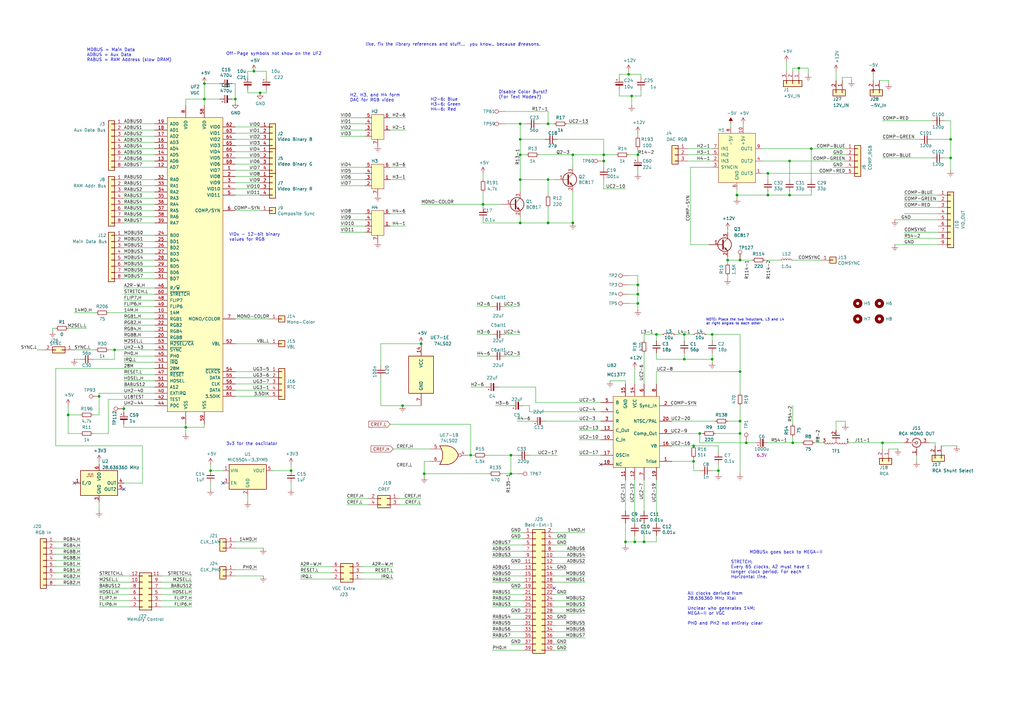
<source format=kicad_sch>
(kicad_sch (version 20230121) (generator eeschema)
  (paper "A3")
  (junction (at 224.79 50.8))
  (junction (at 298.45 106.68))
  (junction (at 119.38 193.04))
  (junction (at 327.66 27.94))
  (junction (at 40.64 162.56))
  (junction (at 302.26 80.01))
  (junction (at 303.53 152.4))
  (junction (at 213.36 63.5))
  (junction (at 198.12 83.82))
  (junction (at 213.36 57.15))
  (junction (at 389.89 64.77))
  (junction (at 332.74 60.96))
  (junction (at 224.79 73.66))
  (junction (at 303.53 177.8))
  (junction (at 269.24 137.16))
  (junction (at 247.65 63.5))
  (junction (at 287.02 177.8))
  (junction (at 247.65 66.04))
  (junction (at 294.64 193.04))
  (junction (at 292.1 147.32))
  (junction (at 46.99 143.51))
  (junction (at 292.1 137.16))
  (junction (at 361.95 181.61))
  (junction (at 172.72 140.97))
  (junction (at 306.07 181.61))
  (junction (at 86.36 193.04))
  (junction (at 261.62 63.5))
  (junction (at 193.04 186.69))
  (junction (at 389.89 57.15))
  (junction (at 213.36 50.8))
  (junction (at 303.53 172.72))
  (junction (at 213.36 91.44))
  (junction (at 104.14 29.21))
  (junction (at 83.82 34.29))
  (junction (at 173.99 194.31))
  (junction (at 209.55 186.69))
  (junction (at 323.85 66.04))
  (junction (at 314.96 80.01))
  (junction (at 50.8 167.64))
  (junction (at 261.62 120.65))
  (junction (at 234.95 63.5))
  (junction (at 234.95 91.44))
  (junction (at 264.16 222.25))
  (junction (at 303.53 106.68))
  (junction (at 284.48 189.23))
  (junction (at 325.12 181.61))
  (junction (at 83.82 40.64))
  (junction (at 261.62 124.46))
  (junction (at 76.2 175.26))
  (junction (at 280.67 137.16))
  (junction (at 96.52 40.64))
  (junction (at 323.85 80.01))
  (junction (at 314.96 71.12))
  (junction (at 224.79 91.44))
  (junction (at 256.54 222.25))
  (junction (at 259.08 39.37))
  (junction (at 280.67 147.32))
  (junction (at 284.48 182.88))
  (junction (at 209.55 194.31))
  (junction (at 106.68 38.1))
  (junction (at 213.36 73.66))
  (junction (at 257.81 30.48))
  (junction (at 27.94 170.18))
  (junction (at 260.35 222.25))
  (junction (at 165.1 166.37))
  (junction (at 261.62 116.84))
  (no_connect (at 246.38 190.5))
  (no_connect (at 30.48 198.12))
  (no_connect (at 227.33 241.3))
  (no_connect (at 50.8 200.66))
  (no_connect (at 91.44 198.12))
  (wire (pts (xy 325.12 181.61) (xy 328.93 181.61)))
  (wire (pts (xy 201.93 228.6) (xy 214.63 228.6)))
  (wire (pts (xy 198.12 83.82) (xy 198.12 85.09)))
  (wire (pts (xy 50.8 58.42) (xy 63.5 58.42)))
  (wire (pts (xy 361.95 184.15) (xy 361.95 181.61)))
  (wire (pts (xy 228.6 57.15) (xy 247.65 57.15)))
  (wire (pts (xy 227.33 233.68) (xy 232.41 233.68)))
  (wire (pts (xy 83.82 40.64) (xy 83.82 43.18)))
  (wire (pts (xy 276.86 137.16) (xy 280.67 137.16)))
  (wire (pts (xy 325.12 106.68) (xy 336.55 106.68)))
  (wire (pts (xy 325.12 27.94) (xy 327.66 27.94)))
  (wire (pts (xy 205.74 83.82) (xy 198.12 83.82)))
  (wire (pts (xy 96.52 77.47) (xy 106.68 77.47)))
  (wire (pts (xy 193.04 173.99) (xy 160.02 173.99)))
  (wire (pts (xy 257.81 113.03) (xy 261.62 113.03)))
  (wire (pts (xy 284.48 187.96) (xy 284.48 189.23)))
  (wire (pts (xy 261.62 64.77) (xy 261.62 63.5)))
  (wire (pts (xy 227.33 254) (xy 232.41 254)))
  (wire (pts (xy 201.93 226.06) (xy 214.63 226.06)))
  (wire (pts (xy 342.9 172.72) (xy 346.71 172.72)))
  (wire (pts (xy 39.37 143.51) (xy 30.48 143.51)))
  (wire (pts (xy 281.94 63.5) (xy 292.1 63.5)))
  (wire (pts (xy 227.33 218.44) (xy 240.03 218.44)))
  (wire (pts (xy 269.24 222.25) (xy 264.16 222.25)))
  (wire (pts (xy 149.86 68.58) (xy 139.7 68.58)))
  (wire (pts (xy 227.33 259.08) (xy 240.03 259.08)))
  (wire (pts (xy 50.8 86.36) (xy 63.5 86.36)))
  (wire (pts (xy 323.85 78.74) (xy 323.85 80.01)))
  (wire (pts (xy 96.52 222.25) (xy 105.41 222.25)))
  (wire (pts (xy 246.38 186.69) (xy 237.49 186.69)))
  (wire (pts (xy 381 181.61) (xy 383.54 181.61)))
  (wire (pts (xy 323.85 73.66) (xy 323.85 66.04)))
  (wire (pts (xy 303.53 177.8) (xy 303.53 194.31)))
  (wire (pts (xy 173.99 195.58) (xy 173.99 194.31)))
  (wire (pts (xy 227.33 220.98) (xy 232.41 220.98)))
  (wire (pts (xy 257.81 30.48) (xy 257.81 29.21)))
  (wire (pts (xy 213.36 57.15) (xy 213.36 63.5)))
  (wire (pts (xy 109.22 31.75) (xy 109.22 29.21)))
  (wire (pts (xy 96.52 74.93) (xy 106.68 74.93)))
  (wire (pts (xy 261.62 113.03) (xy 261.62 116.84)))
  (wire (pts (xy 345.44 31.75) (xy 345.44 33.02)))
  (wire (pts (xy 201.93 254) (xy 214.63 254)))
  (wire (pts (xy 214.63 231.14) (xy 209.55 231.14)))
  (wire (pts (xy 256.54 157.48) (xy 256.54 156.21)))
  (wire (pts (xy 264.16 196.85) (xy 264.16 209.55)))
  (wire (pts (xy 223.52 172.72) (xy 246.38 172.72)))
  (wire (pts (xy 50.8 81.28) (xy 63.5 81.28)))
  (wire (pts (xy 247.65 66.04) (xy 247.65 63.5)))
  (wire (pts (xy 261.62 63.5) (xy 257.81 63.5)))
  (wire (pts (xy 269.24 137.16) (xy 271.78 137.16)))
  (wire (pts (xy 227.33 264.16) (xy 232.41 264.16)))
  (wire (pts (xy 96.52 224.79) (xy 107.95 224.79)))
  (wire (pts (xy 96.52 52.07) (xy 106.68 52.07)))
  (wire (pts (xy 281.94 66.04) (xy 292.1 66.04)))
  (wire (pts (xy 63.5 99.06) (xy 50.8 99.06)))
  (wire (pts (xy 106.68 38.1) (xy 109.22 38.1)))
  (wire (pts (xy 40.64 236.22) (xy 53.34 236.22)))
  (wire (pts (xy 298.45 172.72) (xy 303.53 172.72)))
  (wire (pts (xy 63.5 158.75) (xy 50.8 158.75)))
  (wire (pts (xy 214.63 251.46) (xy 209.55 251.46)))
  (wire (pts (xy 256.54 222.25) (xy 256.54 223.52)))
  (wire (pts (xy 220.98 63.5) (xy 234.95 63.5)))
  (wire (pts (xy 364.49 33.02) (xy 360.68 33.02)))
  (wire (pts (xy 224.79 73.66) (xy 227.33 73.66)))
  (wire (pts (xy 101.6 203.2) (xy 101.6 205.74)))
  (wire (pts (xy 96.52 157.48) (xy 110.49 157.48)))
  (wire (pts (xy 325.12 29.21) (xy 325.12 27.94)))
  (wire (pts (xy 63.5 114.3) (xy 50.8 114.3)))
  (wire (pts (xy 389.89 64.77) (xy 389.89 69.85)))
  (wire (pts (xy 66.04 241.3) (xy 78.74 241.3)))
  (wire (pts (xy 264.16 137.16) (xy 269.24 137.16)))
  (wire (pts (xy 224.79 50.8) (xy 220.98 50.8)))
  (wire (pts (xy 209.55 194.31) (xy 209.55 186.69)))
  (wire (pts (xy 96.52 64.77) (xy 106.68 64.77)))
  (wire (pts (xy 22.86 151.13) (xy 63.5 151.13)))
  (wire (pts (xy 387.35 64.77) (xy 389.89 64.77)))
  (wire (pts (xy 227.33 251.46) (xy 240.03 251.46)))
  (wire (pts (xy 269.24 152.4) (xy 303.53 152.4)))
  (wire (pts (xy 292.1 137.16) (xy 292.1 139.7)))
  (wire (pts (xy 224.79 50.8) (xy 224.79 45.72)))
  (wire (pts (xy 219.71 165.1) (xy 246.38 165.1)))
  (wire (pts (xy 83.82 34.29) (xy 83.82 40.64)))
  (wire (pts (xy 46.99 147.32) (xy 46.99 143.51)))
  (wire (pts (xy 50.8 120.65) (xy 63.5 120.65)))
  (wire (pts (xy 214.63 241.3) (xy 209.55 241.3)))
  (wire (pts (xy 101.6 36.83) (xy 101.6 38.1)))
  (wire (pts (xy 389.89 57.15) (xy 389.89 64.77)))
  (wire (pts (xy 50.8 173.99) (xy 50.8 175.26)))
  (wire (pts (xy 257.81 116.84) (xy 261.62 116.84)))
  (wire (pts (xy 96.52 86.36) (xy 106.68 86.36)))
  (wire (pts (xy 166.37 68.58) (xy 160.02 68.58)))
  (wire (pts (xy 327.66 29.21) (xy 327.66 27.94)))
  (wire (pts (xy 260.35 219.71) (xy 260.35 222.25)))
  (wire (pts (xy 40.64 161.29) (xy 40.64 162.56)))
  (wire (pts (xy 386.08 182.88) (xy 392.43 182.88)))
  (wire (pts (xy 135.89 234.95) (xy 123.19 234.95)))
  (wire (pts (xy 22.86 234.95) (xy 33.02 234.95)))
  (wire (pts (xy 109.22 29.21) (xy 104.14 29.21)))
  (wire (pts (xy 383.54 181.61) (xy 383.54 182.88)))
  (wire (pts (xy 78.74 236.22) (xy 66.04 236.22)))
  (wire (pts (xy 27.94 177.8) (xy 27.94 170.18)))
  (wire (pts (xy 254 30.48) (xy 257.81 30.48)))
  (wire (pts (xy 214.63 266.7) (xy 201.93 266.7)))
  (wire (pts (xy 149.86 71.12) (xy 139.7 71.12)))
  (wire (pts (xy 201.93 243.84) (xy 214.63 243.84)))
  (wire (pts (xy 269.24 196.85) (xy 269.24 214.63)))
  (wire (pts (xy 149.86 48.26) (xy 139.7 48.26)))
  (wire (pts (xy 264.16 139.7) (xy 264.16 137.16)))
  (wire (pts (xy 227.33 248.92) (xy 240.03 248.92)))
  (wire (pts (xy 160.02 92.71) (xy 166.37 92.71)))
  (wire (pts (xy 96.52 72.39) (xy 106.68 72.39)))
  (wire (pts (xy 40.64 161.29) (xy 63.5 161.29)))
  (wire (pts (xy 163.83 207.01) (xy 172.72 207.01)))
  (wire (pts (xy 22.86 227.33) (xy 33.02 227.33)))
  (wire (pts (xy 63.5 166.37) (xy 50.8 166.37)))
  (wire (pts (xy 219.71 158.75) (xy 204.47 158.75)))
  (wire (pts (xy 63.5 118.11) (xy 50.8 118.11)))
  (wire (pts (xy 217.17 168.91) (xy 246.38 168.91)))
  (wire (pts (xy 260.35 151.13) (xy 260.35 157.48)))
  (wire (pts (xy 63.5 96.52) (xy 50.8 96.52)))
  (wire (pts (xy 262.89 30.48) (xy 257.81 30.48)))
  (wire (pts (xy 30.48 128.27) (xy 39.37 128.27)))
  (wire (pts (xy 280.67 137.16) (xy 284.48 137.16)))
  (wire (pts (xy 173.99 189.23) (xy 176.53 189.23)))
  (wire (pts (xy 302.26 81.28) (xy 302.26 80.01)))
  (wire (pts (xy 227.33 256.54) (xy 240.03 256.54)))
  (wire (pts (xy 165.1 166.37) (xy 172.72 166.37)))
  (wire (pts (xy 21.59 134.62) (xy 21.59 135.89)))
  (wire (pts (xy 40.64 189.23) (xy 40.64 190.5)))
  (wire (pts (xy 234.95 63.5) (xy 234.95 68.58)))
  (wire (pts (xy 166.37 53.34) (xy 160.02 53.34)))
  (wire (pts (xy 50.8 78.74) (xy 63.5 78.74)))
  (wire (pts (xy 96.52 130.81) (xy 110.49 130.81)))
  (wire (pts (xy 294.64 182.88) (xy 294.64 185.42)))
  (wire (pts (xy 101.6 29.21) (xy 104.14 29.21)))
  (wire (pts (xy 303.53 161.29) (xy 303.53 152.4)))
  (wire (pts (xy 161.29 184.15) (xy 176.53 184.15)))
  (wire (pts (xy 214.63 220.98) (xy 209.55 220.98)))
  (wire (pts (xy 293.37 177.8) (xy 303.53 177.8)))
  (wire (pts (xy 292.1 193.04) (xy 294.64 193.04)))
  (wire (pts (xy 224.79 73.66) (xy 224.79 80.01)))
  (wire (pts (xy 22.86 182.88) (xy 58.42 182.88)))
  (wire (pts (xy 213.36 73.66) (xy 224.79 73.66)))
  (wire (pts (xy 86.36 198.12) (xy 86.36 200.66)))
  (wire (pts (xy 50.8 55.88) (xy 63.5 55.88)))
  (wire (pts (xy 96.52 140.97) (xy 110.49 140.97)))
  (wire (pts (xy 151.13 204.47) (xy 142.24 204.47)))
  (wire (pts (xy 334.01 181.61) (xy 337.82 181.61)))
  (wire (pts (xy 304.8 50.8) (xy 304.8 52.07)))
  (wire (pts (xy 198.12 71.12) (xy 198.12 73.66)))
  (wire (pts (xy 247.65 68.58) (xy 247.65 66.04)))
  (wire (pts (xy 217.17 166.37) (xy 214.63 166.37)))
  (wire (pts (xy 287.02 177.8) (xy 288.29 177.8)))
  (wire (pts (xy 227.33 246.38) (xy 240.03 246.38)))
  (wire (pts (xy 227.33 50.8) (xy 224.79 50.8)))
  (wire (pts (xy 264.16 222.25) (xy 260.35 222.25)))
  (wire (pts (xy 209.55 186.69) (xy 212.09 186.69)))
  (wire (pts (xy 38.1 177.8) (xy 44.45 177.8)))
  (wire (pts (xy 207.01 137.16) (xy 213.36 137.16)))
  (wire (pts (xy 346.71 63.5) (xy 341.63 63.5)))
  (wire (pts (xy 119.38 198.12) (xy 119.38 200.66)))
  (wire (pts (xy 15.24 143.51) (xy 17.78 143.51)))
  (wire (pts (xy 327.66 27.94) (xy 331.47 27.94)))
  (wire (pts (xy 96.52 233.68) (xy 105.41 233.68)))
  (wire (pts (xy 227.33 236.22) (xy 240.03 236.22)))
  (wire (pts (xy 298.45 106.68) (xy 298.45 107.95)))
  (wire (pts (xy 22.86 151.13) (xy 22.86 182.88)))
  (wire (pts (xy 205.74 194.31) (xy 209.55 194.31)))
  (wire (pts (xy 209.55 166.37) (xy 203.2 166.37)))
  (wire (pts (xy 27.94 166.37) (xy 27.94 170.18)))
  (wire (pts (xy 364.49 184.15) (xy 368.3 184.15)))
  (wire (pts (xy 199.39 158.75) (xy 193.04 158.75)))
  (wire (pts (xy 96.52 236.22) (xy 107.95 236.22)))
  (wire (pts (xy 384.81 85.09) (xy 370.84 85.09)))
  (wire (pts (xy 22.86 134.62) (xy 21.59 134.62)))
  (wire (pts (xy 213.36 50.8) (xy 213.36 57.15)))
  (wire (pts (xy 149.86 92.71) (xy 139.7 92.71)))
  (wire (pts (xy 30.48 147.32) (xy 33.02 147.32)))
  (wire (pts (xy 275.59 177.8) (xy 287.02 177.8)))
  (wire (pts (xy 91.44 193.04) (xy 86.36 193.04)))
  (wire (pts (xy 109.22 38.1) (xy 109.22 36.83)))
  (wire (pts (xy 284.48 189.23) (xy 284.48 193.04)))
  (wire (pts (xy 302.26 80.01) (xy 302.26 77.47)))
  (wire (pts (xy 63.5 106.68) (xy 50.8 106.68)))
  (wire (pts (xy 214.63 218.44) (xy 209.55 218.44)))
  (wire (pts (xy 66.04 248.92) (xy 78.74 248.92)))
  (wire (pts (xy 384.81 97.79) (xy 370.84 97.79)))
  (wire (pts (xy 95.25 34.29) (xy 96.52 34.29)))
  (wire (pts (xy 332.74 73.66) (xy 332.74 60.96)))
  (wire (pts (xy 22.86 224.79) (xy 33.02 224.79)))
  (wire (pts (xy 254 31.75) (xy 254 30.48)))
  (wire (pts (xy 201.93 238.76) (xy 214.63 238.76)))
  (wire (pts (xy 247.65 63.5) (xy 252.73 63.5)))
  (wire (pts (xy 215.9 63.5) (xy 213.36 63.5)))
  (wire (pts (xy 194.31 186.69) (xy 193.04 186.69)))
  (wire (pts (xy 287.02 181.61) (xy 306.07 181.61)))
  (wire (pts (xy 349.25 31.75) (xy 345.44 31.75)))
  (wire (pts (xy 215.9 50.8) (xy 213.36 50.8)))
  (wire (pts (xy 292.1 147.32) (xy 292.1 144.78)))
  (wire (pts (xy 201.93 236.22) (xy 214.63 236.22)))
  (wire (pts (xy 234.95 78.74) (xy 234.95 91.44)))
  (wire (pts (xy 151.13 207.01) (xy 142.24 207.01)))
  (wire (pts (xy 323.85 66.04) (xy 346.71 66.04)))
  (wire (pts (xy 78.74 246.38) (xy 66.04 246.38)))
  (wire (pts (xy 224.79 91.44) (xy 213.36 91.44)))
  (wire (pts (xy 50.8 175.26) (xy 76.2 175.26)))
  (wire (pts (xy 217.17 186.69) (xy 228.6 186.69)))
  (wire (pts (xy 361.95 57.15) (xy 377.19 57.15)))
  (wire (pts (xy 232.41 50.8) (xy 241.3 50.8)))
  (wire (pts (xy 50.8 88.9) (xy 63.5 88.9)))
  (wire (pts (xy 201.93 233.68) (xy 214.63 233.68)))
  (wire (pts (xy 322.58 25.4) (xy 322.58 29.21)))
  (wire (pts (xy 280.67 147.32) (xy 292.1 147.32)))
  (wire (pts (xy 361.95 181.61) (xy 370.84 181.61)))
  (wire (pts (xy 264.16 214.63) (xy 264.16 222.25)))
  (wire (pts (xy 95.25 40.64) (xy 96.52 40.64)))
  (wire (pts (xy 358.14 30.48) (xy 358.14 33.02)))
  (wire (pts (xy 166.37 87.63) (xy 160.02 87.63)))
  (wire (pts (xy 287.02 177.8) (xy 287.02 181.61)))
  (wire (pts (xy 280.67 144.78) (xy 280.67 147.32)))
  (wire (pts (xy 306.07 181.61) (xy 309.88 181.61)))
  (wire (pts (xy 314.96 78.74) (xy 314.96 80.01)))
  (wire (pts (xy 375.92 186.69) (xy 375.92 189.23)))
  (wire (pts (xy 50.8 91.44) (xy 63.5 91.44)))
  (wire (pts (xy 96.52 40.64) (xy 96.52 41.91)))
  (wire (pts (xy 76.2 175.26) (xy 76.2 173.99)))
  (wire (pts (xy 86.36 190.5) (xy 86.36 193.04)))
  (wire (pts (xy 119.38 190.5) (xy 119.38 193.04)))
  (wire (pts (xy 260.35 196.85) (xy 260.35 214.63)))
  (wire (pts (xy 256.54 196.85) (xy 256.54 209.55)))
  (wire (pts (xy 223.52 57.15) (xy 213.36 57.15)))
  (wire (pts (xy 261.62 120.65) (xy 261.62 124.46)))
  (wire (pts (xy 193.04 186.69) (xy 193.04 173.99)))
  (wire (pts (xy 269.24 147.32) (xy 280.67 147.32)))
  (wire (pts (xy 111.76 193.04) (xy 119.38 193.04)))
  (wire (pts (xy 294.64 190.5) (xy 294.64 193.04)))
  (wire (pts (xy 323.85 80.01) (xy 314.96 80.01)))
  (wire (pts (xy 22.86 229.87) (xy 33.02 229.87)))
  (wire (pts (xy 332.74 60.96) (xy 346.71 60.96)))
  (wire (pts (xy 198.12 91.44) (xy 213.36 91.44)))
  (wire (pts (xy 284.48 193.04) (xy 287.02 193.04)))
  (wire (pts (xy 234.95 91.44) (xy 224.79 91.44)))
  (wire (pts (xy 38.1 147.32) (xy 46.99 147.32)))
  (wire (pts (xy 166.37 48.26) (xy 160.02 48.26)))
  (wire (pts (xy 149.86 50.8) (xy 139.7 50.8)))
  (wire (pts (xy 299.72 50.8) (xy 299.72 52.07)))
  (wire (pts (xy 96.52 62.23) (xy 106.68 62.23)))
  (wire (pts (xy 349.25 33.02) (xy 349.25 31.75)))
  (wire (pts (xy 261.62 54.61) (xy 261.62 55.88)))
  (wire (pts (xy 219.71 165.1) (xy 219.71 158.75)))
  (wire (pts (xy 27.94 134.62) (xy 35.56 134.62)))
  (wire (pts (xy 63.5 101.6) (xy 50.8 101.6)))
  (wire (pts (xy 50.8 198.12) (xy 58.42 198.12)))
  (wire (pts (xy 66.04 243.84) (xy 78.74 243.84)))
  (wire (pts (xy 320.04 106.68) (xy 313.69 106.68)))
  (wire (pts (xy 212.09 194.31) (xy 209.55 194.31)))
  (wire (pts (xy 76.2 175.26) (xy 76.2 177.8)))
  (wire (pts (xy 247.65 57.15) (xy 247.65 63.5)))
  (wire (pts (xy 198.12 90.17) (xy 198.12 91.44)))
  (wire (pts (xy 63.5 109.22) (xy 50.8 109.22)))
  (wire (pts (xy 332.74 80.01) (xy 323.85 80.01)))
  (wire (pts (xy 83.82 40.64) (xy 76.2 40.64)))
  (wire (pts (xy 40.64 162.56) (xy 40.64 170.18)))
  (wire (pts (xy 96.52 59.69) (xy 106.68 59.69)))
  (wire (pts (xy 260.35 222.25) (xy 256.54 222.25)))
  (wire (pts (xy 325.12 166.37) (xy 325.12 173.99)))
  (wire (pts (xy 259.08 39.37) (xy 262.89 39.37)))
  (wire (pts (xy 217.17 168.91) (xy 217.17 166.37)))
  (wire (pts (xy 284.48 189.23) (xy 275.59 189.23)))
  (wire (pts (xy 284.48 182.88) (xy 275.59 182.88)))
  (wire (pts (xy 389.89 49.53) (xy 389.89 57.15)))
  (wire (pts (xy 384.81 95.25) (xy 370.84 95.25)))
  (wire (pts (xy 361.95 49.53) (xy 382.27 49.53)))
  (wire (pts (xy 269.24 144.78) (xy 269.24 147.32)))
  (wire (pts (xy 63.5 146.05) (xy 50.8 146.05)))
  (wire (pts (xy 227.33 266.7) (xy 232.41 266.7)))
  (wire (pts (xy 347.98 181.61) (xy 361.95 181.61)))
  (wire (pts (xy 172.72 83.82) (xy 198.12 83.82)))
  (wire (pts (xy 275.59 172.72) (xy 293.37 172.72)))
  (wire (pts (xy 96.52 162.56) (xy 110.49 162.56)))
  (wire (pts (xy 262.89 31.75) (xy 262.89 30.48)))
  (wire (pts (xy 63.5 135.89) (xy 50.8 135.89)))
  (wire (pts (xy 46.99 143.51) (xy 63.5 143.51)))
  (wire (pts (xy 207.01 146.05) (xy 213.36 146.05)))
  (wire (pts (xy 156.21 140.97) (xy 172.72 140.97)))
  (wire (pts (xy 63.5 125.73) (xy 50.8 125.73)))
  (wire (pts (xy 78.74 238.76) (xy 66.04 238.76)))
  (wire (pts (xy 201.93 248.92) (xy 214.63 248.92)))
  (wire (pts (xy 314.96 181.61) (xy 325.12 181.61)))
  (wire (pts (xy 259.08 39.37) (xy 259.08 43.18)))
  (wire (pts (xy 331.47 27.94) (xy 331.47 30.48)))
  (wire (pts (xy 201.93 125.73) (xy 195.58 125.73)))
  (wire (pts (xy 148.59 237.49) (xy 161.29 237.49)))
  (wire (pts (xy 44.45 143.51) (xy 46.99 143.51)))
  (wire (pts (xy 314.96 80.01) (xy 302.26 80.01)))
  (wire (pts (xy 53.34 243.84) (xy 40.64 243.84)))
  (wire (pts (xy 63.5 148.59) (xy 50.8 148.59)))
  (wire (pts (xy 314.96 71.12) (xy 346.71 71.12)))
  (wire (pts (xy 201.93 256.54) (xy 214.63 256.54)))
  (wire (pts (xy 312.42 71.12) (xy 314.96 71.12)))
  (wire (pts (xy 50.8 66.04) (xy 63.5 66.04)))
  (wire (pts (xy 227.33 238.76) (xy 240.03 238.76)))
  (wire (pts (xy 156.21 166.37) (xy 165.1 166.37)))
  (wire (pts (xy 346.71 68.58) (xy 341.63 68.58)))
  (wire (pts (xy 224.79 45.72) (xy 207.01 45.72)))
  (wire (pts (xy 96.52 80.01) (xy 106.68 80.01)))
  (wire (pts (xy 218.44 172.72) (xy 212.09 172.72)))
  (wire (pts (xy 96.52 67.31) (xy 106.68 67.31)))
  (wire (pts (xy 261.62 69.85) (xy 261.62 71.12)))
  (wire (pts (xy 292.1 68.58) (xy 283.21 68.58)))
  (wire (pts (xy 298.45 113.03) (xy 298.45 114.3)))
  (wire (pts (xy 292.1 148.59) (xy 292.1 147.32)))
  (wire (pts (xy 247.65 77.47) (xy 256.54 77.47)))
  (wire (pts (xy 148.59 232.41) (xy 161.29 232.41)))
  (wire (pts (xy 201.93 261.62) (xy 214.63 261.62)))
  (wire (pts (xy 50.8 60.96) (xy 63.5 60.96)))
  (wire (pts (xy 290.83 100.33) (xy 283.21 100.33)))
  (wire (pts (xy 213.36 63.5) (xy 213.36 73.66)))
  (wire (pts (xy 314.96 73.66) (xy 314.96 71.12)))
  (wire (pts (xy 63.5 111.76) (xy 50.8 111.76)))
  (wire (pts (xy 325.12 179.07) (xy 325.12 181.61)))
  (wire (pts (xy 50.8 50.8) (xy 63.5 50.8)))
  (wire (pts (xy 53.34 241.3) (xy 40.64 241.3)))
  (wire (pts (xy 240.03 231.14) (xy 227.33 231.14)))
  (wire (pts (xy 384.81 80.01) (xy 370.84 80.01)))
  (wire (pts (xy 384.81 82.55) (xy 370.84 82.55)))
  (wire (pts (xy 50.8 63.5) (xy 63.5 63.5)))
  (wire (pts (xy 370.84 87.63) (xy 384.81 87.63)))
  (wire (pts (xy 149.86 53.34) (xy 139.7 53.34)))
  (wire (pts (xy 27.94 170.18) (xy 33.02 170.18)))
  (wire (pts (xy 200.66 194.31) (xy 173.99 194.31)))
  (wire (pts (xy 53.34 248.92) (xy 40.64 248.92)))
  (wire (pts (xy 90.17 34.29) (xy 83.82 34.29)))
  (wire (pts (xy 135.89 232.41) (xy 123.19 232.41)))
  (wire (pts (xy 173.99 194.31) (xy 173.99 189.23)))
  (wire (pts (xy 364.49 34.29) (xy 364.49 33.02)))
  (wire (pts (xy 50.8 83.82) (xy 63.5 83.82)))
  (wire (pts (xy 224.79 85.09) (xy 224.79 91.44)))
  (wire (pts (xy 50.8 73.66) (xy 63.5 73.66)))
  (wire (pts (xy 264.16 144.78) (xy 264.16 157.48)))
  (wire (pts (xy 269.24 137.16) (xy 269.24 139.7)))
  (wire (pts (xy 367.03 100.33) (xy 384.81 100.33)))
  (wire (pts (xy 342.9 172.72) (xy 342.9 176.53)))
  (wire (pts (xy 149.86 87.63) (xy 139.7 87.63)))
  (wire (pts (xy 361.95 64.77) (xy 382.27 64.77)))
  (wire (pts (xy 207.01 125.73) (xy 213.36 125.73)))
  (wire (pts (xy 63.5 130.81) (xy 50.8 130.81)))
  (wire (pts (xy 237.49 180.34) (xy 246.38 180.34)))
  (wire (pts (xy 257.81 124.46) (xy 261.62 124.46)))
  (wire (pts (xy 289.56 137.16) (xy 292.1 137.16)))
  (wire (pts (xy 262.89 39.37) (xy 262.89 36.83)))
  (wire (pts (xy 101.6 31.75) (xy 101.6 29.21)))
  (wire (pts (xy 298.45 93.98) (xy 298.45 95.25)))
  (wire (pts (xy 213.36 73.66) (xy 213.36 78.74)))
  (wire (pts (xy 63.5 138.43) (xy 50.8 138.43)))
  (wire (pts (xy 284.48 182.88) (xy 294.64 182.88)))
  (wire (pts (xy 280.67 139.7) (xy 280.67 137.16)))
  (wire (pts (xy 50.8 76.2) (xy 63.5 76.2)))
  (wire (pts (xy 283.21 100.33) (xy 283.21 68.58)))
  (wire (pts (xy 382.27 57.15) (xy 389.89 57.15)))
  (wire (pts (xy 308.61 106.68) (xy 303.53 106.68)))
  (wire (pts (xy 214.63 264.16) (xy 209.55 264.16)))
  (wire (pts (xy 367.03 90.17) (xy 384.81 90.17)))
  (wire (pts (xy 96.52 152.4) (xy 110.49 152.4)))
  (wire (pts (xy 256.54 214.63) (xy 256.54 222.25)))
  (wire (pts (xy 50.8 167.64) (xy 50.8 168.91)))
  (wire (pts (xy 148.59 234.95) (xy 161.29 234.95)))
  (wire (pts (xy 96.52 57.15) (xy 106.68 57.15)))
  (wire (pts (xy 135.89 237.49) (xy 123.19 237.49)))
  (wire (pts (xy 22.86 232.41) (xy 33.02 232.41)))
  (wire (pts (xy 96.52 54.61) (xy 106.68 54.61)))
  (wire (pts (xy 96.52 160.02) (xy 110.49 160.02)))
  (wire (pts (xy 44.45 128.27) (xy 63.5 128.27)))
  (wire (pts (xy 63.5 153.67) (xy 50.8 153.67)))
  (wire (pts (xy 101.6 38.1) (xy 106.68 38.1)))
  (wire (pts (xy 303.53 166.37) (xy 303.53 172.72)))
  (wire (pts (xy 201.93 137.16) (xy 195.58 137.16)))
  (wire (pts (xy 254 36.83) (xy 254 39.37)))
  (wire (pts (xy 346.71 172.72) (xy 346.71 173.99)))
  (wire (pts (xy 332.74 78.74) (xy 332.74 80.01)))
  (wire (pts (xy 63.5 104.14) (xy 50.8 104.14)))
  (wire (pts (xy 156.21 149.86) (xy 156.21 140.97)))
  (wire (pts (xy 269.24 219.71) (xy 269.24 222.25)))
  (wire (pts (xy 261.62 124.46) (xy 261.62 127)))
  (wire (pts (xy 193.04 186.69) (xy 191.77 186.69)))
  (wire (pts (xy 312.42 60.96) (xy 332.74 60.96)))
  (wire (pts (xy 63.5 140.97) (xy 50.8 140.97)))
  (wire (pts (xy 240.03 228.6) (xy 227.33 228.6)))
  (wire (pts (xy 166.37 73.66) (xy 160.02 73.66)))
  (wire (pts (xy 83.82 175.26) (xy 76.2 175.26)))
  (wire (pts (xy 261.62 60.96) (xy 261.62 63.5)))
  (wire (pts (xy 198.12 78.74) (xy 198.12 83.82)))
  (wire (pts (xy 149.86 95.25) (xy 139.7 95.25)))
  (wire (pts (xy 387.35 49.53) (xy 389.89 49.53)))
  (wire (pts (xy 201.93 223.52) (xy 214.63 223.52)))
  (wire (pts (xy 96.52 69.85) (xy 106.68 69.85)))
  (wire (pts (xy 149.86 73.66) (xy 139.7 73.66)))
  (wire (pts (xy 298.45 106.68) (xy 298.45 105.41)))
  (wire (pts (xy 227.33 243.84) (xy 232.41 243.84)))
  (wire (pts (xy 163.83 204.47) (xy 172.72 204.47)))
  (wire (pts (xy 22.86 240.03) (xy 33.02 240.03)))
  (wire (pts (xy 250.19 156.21) (xy 256.54 156.21)))
  (wire (pts (xy 50.8 166.37) (xy 50.8 167.64)))
  (wire (pts (xy 303.53 137.16) (xy 303.53 152.4)))
  (wire (pts (xy 149.86 90.17) (xy 139.7 90.17)))
  (wire (pts (xy 96.52 154.94) (xy 110.49 154.94)))
  (wire (pts (xy 44.45 163.83) (xy 44.45 177.8)))
  (wire (pts (xy 76.2 40.64) (xy 76.2 43.18)))
  (wire (pts (xy 63.5 133.35) (xy 50.8 133.35)))
  (wire (pts (xy 254 39.37) (xy 259.08 39.37)))
  (wire (pts (xy 40.64 205.74) (xy 40.64 209.55)))
  (wire (pts (xy 201.93 146.05) (xy 195.58 146.05)))
  (wire (pts (xy 50.8 53.34) (xy 63.5 53.34)))
  (wire (pts (xy 201.93 246.38) (xy 214.63 246.38)))
  (wire (pts (xy 312.42 66.04) (xy 323.85 66.04)))
  (wire (pts (xy 303.53 106.68) (xy 298.45 106.68)))
  (wire (pts (xy 63.5 123.19) (xy 50.8 123.19)))
  (wire (pts (xy 240.03 226.06) (xy 227.33 226.06)))
  (wire (pts (xy 96.52 34.29) (xy 96.52 40.64)))
  (wire (pts (xy 213.36 91.44) (xy 213.36 88.9)))
  (wire (pts (xy 201.93 259.08) (xy 214.63 259.08)))
  (wire (pts (xy 247.65 77.47) (xy 247.65 73.66)))
  (wire (pts (xy 44.45 163.83) (xy 63.5 163.83)))
  (wire (pts (xy 207.01 50.8) (xy 213.36 50.8)))
  (wire (pts (xy 303.53 172.72) (xy 303.53 177.8)))
  (wire (pts (xy 342.9 29.21) (xy 342.9 33.02)))
  (wire (pts (xy 63.5 156.21) (xy 50.8 156.21)))
  (wire (pts (xy 275.59 166.37) (xy 285.75 166.37)))
  (wire (pts (xy 22.86 222.25) (xy 33.02 222.25)))
  (wire (pts (xy 50.8 68.58) (xy 63.5 68.58)))
  (wire (pts (xy 149.86 55.88) (xy 139.7 55.88)))
  (wire (pts (xy 58.42 182.88) (xy 58.42 198.12)))
  (wire (pts (xy 227.33 223.52) (xy 232.41 223.52)))
  (wire (pts (xy 156.21 154.94) (xy 156.21 166.37)))
  (wire (pts (xy 281.94 60.96) (xy 292.1 60.96)))
  (wire (pts (xy 257.81 120.65) (xy 261.62 120.65)))
  (wire (pts (xy 294.64 193.04) (xy 294.64 194.31)))
  (wire (pts (xy 40.64 246.38) (xy 53.34 246.38)))
  (wire (pts (xy 292.1 137.16) (xy 303.53 137.16)))
  (wire (pts (xy 33.02 177.8) (xy 27.94 177.8)))
  (wire (pts (xy 237.49 176.53) (xy 246.38 176.53)))
  (wire (pts (xy 83.82 173.99) (xy 83.82 175.26)))
  (wire (pts (xy 227.33 261.62) (xy 240.03 261.62)))
  (wire (pts (xy 199.39 186.69) (xy 209.55 186.69)))
  (wire (pts (xy 90.17 40.64) (xy 83.82 40.64)))
  (wire (pts (xy 22.86 237.49) (xy 33.02 237.49)))
  (wire (pts (xy 269.24 157.48) (xy 269.24 152.4)))
  (wire (pts (xy 40.64 170.18) (xy 38.1 170.18)))
  (wire (pts (xy 149.86 76.2) (xy 139.7 76.2)))
  (wire (pts (xy 261.62 116.84) (xy 261.62 120.65)))
  (wire (pts (xy 40.64 238.76) (xy 53.34 238.76)))
  (wire (pts (xy 234.95 63.5) (xy 247.65 63.5)))
  (text "MDBUSx goes back to MEGA-II" (at 307.34 227.33 0) (effects (font (size 1.27 1.27)) (justify left bottom)))
  (text "MDBUS = Main Data\nADBUS = Aux Data\nRABUS = RAM Address (slow DRAM)\n" (at 35.56 25.4 0) (effects (font (size 1.27 1.27)) (justify left bottom)))
  (text "Off-Page symbols not show on the UF2" (at 92.71 22.86 0) (effects (font (size 1.27 1.27)) (justify left bottom)))
  (text "H2, H3, and H4 form\nDAC for RGB video" (at 143.51 41.91 0) (effects (font (size 1.27 1.27)) (justify left bottom)))
  (text "Disable Color Burst?\n(For Text Modes?)" (at 204.47 40.64 0) (effects (font (size 1.27 1.27)) (justify left bottom)))
  (text "3v3 for the oscillator" (at 92.71 182.88 0) (effects (font (size 1.27 1.27)) (justify left bottom)))
  (text "H2-6: Blue\nH3-6: Green\nH4-6: Red" (at 176.53 45.72 0) (effects (font (size 1.27 1.27)) (justify left bottom)))
  (text "VIDx - 12-bit binary\nvalues for RGB" (at 93.98 99.06 0) (effects (font (size 1.27 1.27)) (justify left bottom)))
  (text "All clocks derived from\n28.636360 MHz Xtal\n\nUnclear who generates 14M:\nMEGA-II or VGC\n\nPH0 and PH2 not entirely clear" (at 281.94 256.54 0) (effects (font (size 1.27 1.27)) (justify left bottom)))
  (text "STRETCH:\nEvery 65 clocks, A2 must have 1\nlonger clock period. For each\nHorizontal line." (at 299.72 237.49 0) (effects (font (size 1.27 1.27)) (justify left bottom)))
  (text "like, fix the library references and stuff...  you know.. because #reasons." (at 149.86 19.05 0) (effects (font (size 1.27 1.27)) (justify left bottom)))
  (text "NOTE: Place the two inductors, L3 and L4\nat right angles to each other" (at 289.56 133.35 0) (effects (font (size 0.9906 0.9906)) (justify left bottom)))
  (label "FLIP6.H" (at 40.64 248.92 0))
  (label "COMSYNC" (at 370.84 95.25 0))
  (label "VID3" (at 106.68 59.69 180))
  (label "UH2-43" (at 50.8 143.51 0))
  (label "RABUS0" (at 50.8 73.66 0))
  (label "H4-6" (at 212.09 172.72 0))
  (label "COMSYNC" (at 336.55 106.68 180))
  (label "IRQ.L" (at 161.29 237.49 180))
  (label "FLIP7.H" (at 78.74 246.38 180))
  (label "R114-1" (at 307.34 106.68 270))
  (label "GND" (at 369.57 90.17 0))
  (label "VID6" (at 106.68 67.31 180))
  (label "COMP-RED" (at 346.71 71.12 180))
  (label "FLIP7.H" (at 40.64 246.38 0))
  (label "R14-2" (at 261.62 63.5 0))
  (label "H2-1" (at 166.37 53.34 180))
  (label "ADBUS3" (at 50.8 58.42 0))
  (label "MDBUS7" (at 240.03 261.62 180))
  (label "GND" (at 209.55 264.16 0))
  (label "VBL.L" (at 110.49 140.97 180))
  (label "UC2-17" (at 237.49 186.69 0))
  (label "VID10" (at 106.68 77.47 180))
  (label "VID2" (at 106.68 57.15 180))
  (label "GND" (at 341.63 68.58 0))
  (label "COMP-GREEN" (at 346.71 66.04 180))
  (label "UH2-40" (at 50.8 161.29 0))
  (label "H3-6" (at 166.37 68.58 180))
  (label "GND" (at 232.41 220.98 180))
  (label "UH2-44" (at 50.8 166.37 0))
  (label "ADBUS4" (at 240.03 228.6 180))
  (label "ADBUS5" (at 50.8 63.5 0))
  (label "3.5DIK" (at 110.49 162.56 180))
  (label "UG3-7" (at 110.49 157.48 180))
  (label "CREF.H" (at 162.56 184.15 0))
  (label "GND" (at 209.55 220.98 0))
  (label "RABUS2" (at 201.93 246.38 0))
  (label "VID6" (at 139.7 73.66 0))
  (label "MDBUS3" (at 240.03 248.92 180))
  (label "STRETCH.L" (at 40.64 236.22 0))
  (label "GND" (at 232.41 264.16 180))
  (label "MDBUS0" (at 50.8 96.52 0))
  (label "RGB1.H" (at 33.02 232.41 180))
  (label "ADBUS0" (at 201.93 236.22 0))
  (label "VID5" (at 106.68 64.77 180))
  (label "UC2-8" (at 269.24 152.4 0))
  (label "BABUS12" (at 50.8 158.75 0))
  (label "IRQ.L" (at 123.19 237.49 0))
  (label "UC2-13" (at 241.3 50.8 180))
  (label "UC2-7" (at 264.16 198.12 270))
  (label "14MD.H" (at 240.03 218.44 180))
  (label "RGB4.H" (at 50.8 135.89 0))
  (label "MDBUS1" (at 50.8 99.06 0))
  (label "14MD.H" (at 30.48 128.27 0))
  (label "H2-1" (at 285.75 60.96 0))
  (label "VID9" (at 139.7 90.17 0))
  (label "CREF.H" (at 172.72 204.47 180))
  (label "R54-2" (at 325.12 166.37 270))
  (label "RESET.L" (at 50.8 153.67 0))
  (label "ADBUS7" (at 50.8 68.58 0))
  (label "14M.H" (at 50.8 128.27 0))
  (label "GND" (at 232.41 233.68 180))
  (label "28M" (at 50.8 151.13 0))
  (label "ADBUS4" (at 50.8 60.96 0))
  (label "VID2" (at 139.7 53.34 0))
  (label "M2SEL.L" (at 40.64 238.76 0))
  (label "STRETCH.L" (at 78.74 236.22 180))
  (label "UC2-3" (at 213.36 146.05 180))
  (label "VID5" (at 139.7 71.12 0))
  (label "FLIP6.H" (at 50.8 125.73 0))
  (label "SYNC.L" (at 30.48 143.51 0))
  (label "R17-1" (at 224.79 45.72 180))
  (label "FLIP6.H" (at 78.74 248.92 180))
  (label "RABUS3" (at 201.93 248.92 0))
  (label "H3-1" (at 166.37 73.66 180))
  (label "U18TEST" (at 50.8 163.83 0))
  (label "VID10" (at 139.7 92.71 0))
  (label "UC2-17" (at 228.6 186.69 180))
  (label "L4-1" (at 283.21 137.16 180))
  (label "RGB2.H" (at 33.02 237.49 180))
  (label "UC2-5" (at 237.49 165.1 0))
  (label "H4-1" (at 285.75 66.04 0))
  (label "H2-6" (at 193.04 158.75 0))
  (label "VID4" (at 106.68 62.23 180))
  (label "MDBUS2" (at 240.03 246.38 180))
  (label "UC2-10" (at 256.54 77.47 180))
  (label "ADBUS3" (at 201.93 228.6 0))
  (label "VID11" (at 106.68 80.01 180))
  (label "PH0.H" (at 50.8 146.05 0))
  (label "GND" (at 209.55 251.46 0))
  (label "RABUS6" (at 50.8 88.9 0))
  (label "RABUS0" (at 201.93 238.76 0))
  (label "RABUS7" (at 201.93 261.62 0))
  (label "GND" (at 232.41 266.7 180))
  (label "RABUS5" (at 50.8 86.36 0))
  (label "RGB2.H" (at 33.02 240.03 180))
  (label "M2SEL.L" (at 50.8 140.97 0))
  (label "CREF.H" (at 142.24 204.47 0))
  (label "IRQ.L" (at 50.8 148.59 0))
  (label "UG3-5" (at 110.49 152.4 180))
  (label "RGB1.H" (at 50.8 130.81 0))
  (label "R13-1" (at 213.36 60.96 270))
  (label "M2SEL.L" (at 78.74 238.76 180))
  (label "R135-1" (at 209.55 194.31 270))
  (label "H3-6" (at 203.2 166.37 0))
  (label "MDBUS5" (at 240.03 256.54 180))
  (label "A2R-W.H" (at 161.29 232.41 180))
  (label "COMP-SYN" (at 283.21 80.01 270))
  (label "MDBUS4" (at 240.03 251.46 180))
  (label "MDBUS6" (at 50.8 111.76 0))
  (label "VID8" (at 139.7 87.63 0))
  (label "VID1" (at 106.68 54.61 180))
  (label "ADBUS1" (at 50.8 53.34 0))
  (label "RABUS1" (at 50.8 76.2 0))
  (label "VID1" (at 139.7 50.8 0))
  (label "MDBUS0" (at 240.03 236.22 180))
  (label "COMP-BLUE" (at 370.84 80.01 0))
  (label "MDBUS2" (at 50.8 101.6 0))
  (label "ADBUS2" (at 240.03 231.14 180))
  (label "A2R-W.H" (at 50.8 118.11 0))
  (label "RGB8.H" (at 50.8 138.43 0))
  (label "ADBUS7" (at 201.93 223.52 0))
  (label "RABUS7" (at 50.8 91.44 0))
  (label "VID8" (at 106.68 72.39 180))
  (label "UC2-4" (at 237.49 168.91 0))
  (label "RABUS2" (at 50.8 78.74 0))
  (label "RGB2.H" (at 50.8 133.35 0))
  (label "H3-6" (at 195.58 137.16 0))
  (label "J11-1" (at 350.52 181.61 0))
  (label "RABUS4" (at 201.93 254 0))
  (label "RGB4.H" (at 33.02 222.25 180))
  (label "UC2-10" (at 237.49 180.34 0))
  (label "UC2-3" (at 237.49 172.72 0))
  (label "VID0" (at 106.68 52.07 180))
  (label "PH0.H" (at 105.41 233.68 180))
  (label "RGB4.H" (at 33.02 224.79 180))
  (label "M2SEL.L" (at 35.56 134.62 180))
  (label "HDSEL.H" (at 78.74 243.84 180))
  (label "VID11" (at 139.7 95.25 0))
  (label "BABUS12" (at 40.64 241.3 0))
  (label "H3-1" (at 285.75 63.5 0))
  (label "H4-6" (at 195.58 146.05 0))
  (label "ADBUS2" (at 50.8 55.88 0))
  (label "GND" (at 209.55 231.14 0))
  (label "RABUS4" (at 50.8 83.82 0))
  (label "RESET.L" (at 161.29 234.95 180))
  (label "A2R-W.H" (at 123.19 232.41 0))
  (label "BABUS12" (at 78.74 241.3 180))
  (label "COMP-SYN" (at 106.68 86.36 180))
  (label "MDBUS4" (at 50.8 106.68 0))
  (label "MDBUS7" (at 50.8 114.3 0))
  (label "ADBUS6" (at 240.03 226.06 180))
  (label "MDBUS3" (at 50.8 104.14 0))
  (label "GND" (at 209.55 241.3 0))
  (label "Q2-3" (at 233.68 63.5 180))
  (label "FLIP7.H" (at 50.8 123.19 0))
  (label "GND" (at 209.55 218.44 0))
  (label "ADBUS0" (at 50.8 50.8 0))
  (label "RABUS1" (at 201.93 243.84 0))
  (label "14MD.H" (at 105.41 222.25 180))
  (label "UC2-5" (at 213.36 125.73 180))
  (label "CREF.L" (at 172.72 207.01 180))
  (label "VID9" (at 106.68 74.93 180))
  (label "RABUS6" (at 201.93 259.08 0))
  (label "RESET.L" (at 123.19 234.95 0))
  (label "PH0.H" (at 201.93 266.7 0))
  (label "COMP-SYN" (at 285.75 166.37 180))
  (label "RGB8.H" (at 33.02 229.87 180))
  (label "H4-6" (at 166.37 87.63 180))
  (label "UC2-13" (at 237.49 176.53 0))
  (label "COMP-GREEN" (at 370.84 82.55 0))
  (label "COMP-BLUE" (at 346.71 60.96 180))
  (label "STRETCH.L" (at 50.8 120.65 0))
  (label "ADBUS1" (at 201.93 233.68 0))
  (label "RABUS3" (at 50.8 81.28 0))
  (label "HDSEL.H" (at 50.8 156.21 0))
  (label "GND" (at 341.63 63.5 0))
  (label "UC2-20" (at 283.21 172.72 180))
  (label "H2-6" (at 166.37 48.26 180))
  (label "GND" (at 232.41 243.84 180))
  (label "L3-1" (at 267.97 137.16 180))
  (label "UC2-9" (at 281.94 177.8 180))
  (label "UC2-16" (at 283.21 182.88 180))
  (label "VID7" (at 139.7 76.2 0))
  (label "H2-6" (at 195.58 125.73 0))
  (label "R54-2" (at 370.84 97.79 0))
  (label "COMP-RED" (at 361.95 49.53 0))
  (label "UG3-1" (at 110.49 160.02 180))
  (label "MONO-COLOR" (at 172.72 83.82 0))
  (label "COMP-BLUE" (at 361.95 64.77 0))
  (label "GND" (at 232.41 223.52 180))
  (label "ADBUS6" (at 50.8 66.04 0))
  (label "MDBUS6" (at 240.03 259.08 180))
  (label "MDBUS5" (at 50.8 109.22 0))
  (label "UC2-12" (at 260.35 198.12 270))
  (label "COMP-GREEN" (at 361.95 57.15 0))
  (label "MONO-COLOR" (at 110.49 130.81 180))
  (label "GND" (at 370.84 100.33 0))
  (label "CREF.L" (at 162.56 191.77 0))
  (label "ADBUS5" (at 201.93 226.06 0))
  (label "R114-2" (at 316.23 106.68 270))
  (label "CREF.L" (at 142.24 207.01 0))
  (label "UG3-6" (at 110.49 154.94 180))
  (label "RGB8.H" (at 33.02 227.33 180))
  (label "UC2-11" (at 256.54 198.12 270))
  (label "R8-2" (at 336.55 181.61 90))
  (label "GND" (at 232.41 254 180))
  (label "R54-1" (at 316.23 181.61 0))
  (label "VID7" (at 106.68 69.85 180))
  (label "UC2-19" (at 269.24 198.12 270))
  (label "VID4" (at 139.7 68.58 0))
  (label "SYNC.L" (at 15.24 143.51 180))
  (label "UC2-6" (at 264.16 156.21 90))
  (label "RABUS5" (at 201.93 256.54 0))
  (label "VID3" (at 139.7 55.88 0))
  (label "H4-1" (at 166.37 92.71 180))
  (label "MDBUS1" (at 240.03 238.76 180))
  (label "HDSEL.H" (at 40.64 243.84 0))
  (label "UC2-4" (at 213.36 137.16 180))
  (label "RGB1.H" (at 33.02 234.95 180))
  (label "VID0" (at 139.7 48.26 0))
  (label "COMP-RED" (at 370.84 85.09 0))
  (global_label "CREF.H" (shape input) (at 161.29 184.15 180) (property "Intersheetrefs" "${INTERSHEET_REFS}" (effects hide)))
  (global_label "CREF.L" (shape input) (at 160.02 173.99 180) (property "Intersheetrefs" "${INTERSHEET_REFS}" (effects hide)))
  (symbol (lib_id "Apple_IIgs_Symbols:VGC") (at 78.74 115.57 0) (unit 1)
    (property "Reference" "UF2" (at 80.01 35.56 0))
    (property "Value" "VGC" (at 80.01 38.1 0))
    (property "Footprint" "Package_LCC:PLCC-68_THT-Socket" (effects hide))
  )
  (symbol (lib_id "Apple_IIgs_Symbols:MC1377") (at 261.62 175.26 0) (unit 1)
    (property "Reference" "UB2" (at 248.92 149.86 0) (effects (justify left)))
    (property "Value" "MC1377" (at 248.92 153.67 0) (effects (justify left)))
    (property "Footprint" "Package_DIP:DIP-20_W7.62mm_Socket" (effects hide))
  )
  (symbol (lib_id "Device:C_Polarized_Small") (at 92.71 40.64 90) (unit 1)
    (property "Reference" "C61" (at 92.71 34.925 90))
    (property "Value" "470u" (at 92.71 37.2364 90))
    (property "Footprint" "Capacitor_THT:CP_Radial_D10.0mm_P2.50mm" (effects hide))
  )
  (symbol (lib_id "power:GND") (at 96.52 41.91 0) (unit 1)
    (property "Reference" "#PWR0101" (effects hide))
    (property "Value" "GND" (at 96.647 46.3042 0))
  )
  (symbol (lib_id "Device:R_Small") (at 41.91 128.27 270) (unit 1)
    (property "Reference" "R206" (at 41.91 125.73 90))
    (property "Value" "75" (at 41.91 130.81 90))
    (property "Footprint" "Resistor_SMD:R_0805_2012Metric" (effects hide))
  )
  (symbol (lib_id "Device:R_Small") (at 41.91 143.51 270) (unit 1)
    (property "Reference" "R30" (at 41.91 140.97 90))
    (property "Value" "1k" (at 41.91 146.05 90))
    (property "Footprint" "Resistor_SMD:R_0805_2012Metric" (effects hide))
  )
  (symbol (lib_id "Device:C_Small") (at 35.56 147.32 90) (unit 1)
    (property "Reference" "C30" (at 35.56 149.86 90))
    (property "Value" "56p" (at 35.56 144.78 90))
    (property "Footprint" "Capacitor_SMD:C_0805_2012Metric" (effects hide))
  )
  (symbol (lib_id "Device:R_Small") (at 35.56 170.18 270) (unit 1)
    (property "Reference" "R196" (at 35.56 167.64 90))
    (property "Value" "4.7k" (at 35.56 172.72 90))
    (property "Footprint" "Resistor_SMD:R_0805_2012Metric" (effects hide))
  )
  (symbol (lib_id "Device:R_Small") (at 35.56 177.8 270) (unit 1)
    (property "Reference" "R11" (at 35.56 175.26 90))
    (property "Value" "1k" (at 35.56 180.34 90))
    (property "Footprint" "Resistor_SMD:R_0805_2012Metric" (effects hide))
  )
  (symbol (lib_id "Device:C_Polarized_Small") (at 50.8 171.45 0) (unit 1)
    (property "Reference" "C59" (at 53.0352 170.2816 0) (effects (justify left)))
    (property "Value" "1u" (at 53.0352 172.593 0) (effects (justify left)))
    (property "Footprint" "Capacitor_SMD:C_0805_2012Metric" (effects hide))
  )
  (symbol (lib_id "power:GNDREF") (at 76.2 177.8 0) (unit 1)
    (property "Reference" "#PWR0102" (effects hide))
    (property "Value" "GNDREF" (effects hide))
  )
  (symbol (lib_id "Connector:TestPoint") (at 50.8 167.64 90) (unit 1)
    (property "Reference" "TP112" (at 46.99 171.45 0))
    (property "Value" "TestPoint" (effects hide))
    (property "Footprint" "My Libraries:Harwin-S1751-46-Test-Point" (effects hide))
  )
  (symbol (lib_id "power:+5V") (at 27.94 166.37 0) (unit 1)
    (property "Reference" "#PWR0103" (effects hide))
    (property "Value" "+5V" (at 28.321 161.9758 0))
  )
  (symbol (lib_id "Connector:TestPoint") (at 40.64 162.56 90) (unit 1)
    (property "Reference" "TP93" (at 36.83 160.02 90))
    (property "Value" "TestPoint" (effects hide))
    (property "Footprint" "My Libraries:Harwin-S1751-46-Test-Point" (effects hide))
  )
  (symbol (lib_id "Apple_IIgs_Symbols:DAC-Resistor-Ladder") (at 154.94 52.07 0) (unit 1)
    (property "Reference" "H2" (at 153.67 45.72 0))
    (property "Value" "VideoThingy" (effects hide))
    (property "Footprint" "Resistor_THT:R_Array_SIP7" (effects hide))
  )
  (symbol (lib_id "Apple_IIgs_Symbols:DAC-Resistor-Ladder") (at 154.94 72.39 0) (unit 1)
    (property "Reference" "H3" (at 153.67 66.04 0))
    (property "Value" "VideoThingy" (effects hide))
    (property "Footprint" "Resistor_THT:R_Array_SIP7" (effects hide))
  )
  (symbol (lib_id "Apple_IIgs_Symbols:DAC-Resistor-Ladder") (at 154.94 91.44 0) (unit 1)
    (property "Reference" "H4" (at 153.67 85.09 0))
    (property "Value" "VideoThingy" (effects hide))
    (property "Footprint" "Resistor_THT:R_Array_SIP7" (effects hide))
  )
  (symbol (lib_id "power:GNDREF") (at 40.64 209.55 0) (unit 1)
    (property "Reference" "#PWR0104" (effects hide))
    (property "Value" "GNDREF" (effects hide))
  )
  (symbol (lib_id "power:GNDREF") (at 154.94 59.69 0) (unit 1)
    (property "Reference" "#PWR0111" (effects hide))
    (property "Value" "GNDREF" (effects hide))
  )
  (symbol (lib_id "power:GNDREF") (at 154.94 80.01 0) (unit 1)
    (property "Reference" "#PWR0112" (effects hide))
    (property "Value" "GNDREF" (effects hide))
  )
  (symbol (lib_id "power:GNDREF") (at 154.94 99.06 0) (unit 1)
    (property "Reference" "#PWR0113" (effects hide))
    (property "Value" "GNDREF" (effects hide))
  )
  (symbol (lib_id "Apple_IIgs_Symbols:Video_Sync-IIgs") (at 302.26 64.77 0) (unit 1)
    (property "Reference" "H1" (at 295.91 53.34 0))
    (property "Value" "Video_Sync" (effects hide))
    (property "Footprint" "Resistor_THT:R_Array_SIP10" (effects hide))
  )
  (symbol (lib_id "power:+12V") (at 260.35 151.13 0) (unit 1)
    (property "Reference" "#PWR0105" (effects hide))
    (property "Value" "+12V" (at 260.731 146.7358 0))
  )
  (symbol (lib_id "power:-5V") (at 299.72 50.8 0) (unit 1)
    (property "Reference" "#PWR0118" (effects hide))
    (property "Value" "-5V" (at 300.101 46.4058 0))
  )
  (symbol (lib_id "power:+5V") (at 304.8 50.8 0) (unit 1)
    (property "Reference" "#PWR0117" (effects hide))
    (property "Value" "+5V" (at 305.181 46.4058 0))
  )
  (symbol (lib_id "power:GNDREF") (at 250.19 156.21 0) (unit 1)
    (property "Reference" "#PWR0106" (effects hide))
    (property "Value" "GNDREF" (effects hide))
  )
  (symbol (lib_id "Device:C_Small") (at 256.54 212.09 0) (unit 1)
    (property "Reference" "C9" (at 258.8768 210.9216 0) (effects (justify left)))
    (property "Value" "0.1u" (at 258.8768 213.233 0) (effects (justify left)))
    (property "Footprint" "Capacitor_SMD:C_0805_2012Metric" (effects hide))
  )
  (symbol (lib_id "Device:C_Small") (at 260.35 217.17 0) (unit 1)
    (property "Reference" "C10" (at 262.6868 216.0016 0) (effects (justify left)))
    (property "Value" "0.1u" (at 262.6868 218.313 0) (effects (justify left)))
    (property "Footprint" "Capacitor_SMD:C_0805_2012Metric" (effects hide))
  )
  (symbol (lib_id "Device:C_Small") (at 264.16 212.09 0) (unit 1)
    (property "Reference" "C11" (at 266.4968 210.9216 0) (effects (justify left)))
    (property "Value" "0.01u" (at 266.4968 213.233 0) (effects (justify left)))
    (property "Footprint" "Capacitor_SMD:C_0805_2012Metric" (effects hide))
  )
  (symbol (lib_id "Device:C_Small") (at 269.24 217.17 0) (unit 1)
    (property "Reference" "C12" (at 271.5768 216.0016 0) (effects (justify left)))
    (property "Value" "0.01u" (at 271.5768 218.313 0) (effects (justify left)))
    (property "Footprint" "Capacitor_SMD:C_0805_2012Metric" (effects hide))
  )
  (symbol (lib_id "power:GNDREF") (at 256.54 223.52 0) (unit 1)
    (property "Reference" "#PWR0107" (effects hide))
    (property "Value" "GNDREF" (effects hide))
  )
  (symbol (lib_id "Device:C_Small") (at 314.96 76.2 0) (unit 1)
    (property "Reference" "C32" (at 317.2968 75.0316 0) (effects (justify left)))
    (property "Value" "33p" (at 317.2968 77.343 0) (effects (justify left)))
    (property "Footprint" "Capacitor_SMD:C_0805_2012Metric" (effects hide))
  )
  (symbol (lib_id "Device:C_Small") (at 323.85 76.2 0) (unit 1)
    (property "Reference" "C31" (at 326.1868 75.0316 0) (effects (justify left)))
    (property "Value" "33p" (at 326.1868 77.343 0) (effects (justify left)))
    (property "Footprint" "Capacitor_SMD:C_0805_2012Metric" (effects hide))
  )
  (symbol (lib_id "Device:C_Small") (at 332.74 76.2 0) (unit 1)
    (property "Reference" "C29" (at 335.0768 75.0316 0) (effects (justify left)))
    (property "Value" "33p" (at 335.0768 77.343 0) (effects (justify left)))
    (property "Footprint" "Capacitor_SMD:C_0805_2012Metric" (effects hide))
  )
  (symbol (lib_id "power:GNDREF") (at 302.26 81.28 0) (unit 1)
    (property "Reference" "#PWR0116" (effects hide))
    (property "Value" "GNDREF" (effects hide))
  )
  (symbol (lib_id "Device:C_Small") (at 294.64 187.96 0) (unit 1)
    (property "Reference" "C7" (at 296.9768 186.7916 0) (effects (justify left)))
    (property "Value" "0.1u" (at 296.9768 189.103 0) (effects (justify left)))
    (property "Footprint" "Capacitor_SMD:C_0805_2012Metric" (effects hide))
  )
  (symbol (lib_id "Device:R_Small") (at 284.48 185.42 0) (unit 1)
    (property "Reference" "R16" (at 285.9786 184.2516 0) (effects (justify left)))
    (property "Value" "51k" (at 285.9786 186.563 0) (effects (justify left)))
    (property "Footprint" "Resistor_SMD:R_0805_2012Metric" (effects hide))
  )
  (symbol (lib_id "Device:C_Small") (at 289.56 193.04 270) (unit 1)
    (property "Reference" "C8" (at 289.56 190.5 90))
    (property "Value" "1n" (at 289.56 195.58 90))
    (property "Footprint" "Capacitor_SMD:C_0805_2012Metric" (effects hide))
  )
  (symbol (lib_id "power:+12V") (at 298.45 93.98 0) (unit 1)
    (property "Reference" "#PWR0115" (effects hide))
    (property "Value" "+12V" (at 298.831 89.5858 0))
  )
  (symbol (lib_id "power:GNDREF") (at 298.45 114.3 0) (unit 1)
    (property "Reference" "#PWR0114" (effects hide))
    (property "Value" "GNDREF" (effects hide))
  )
  (symbol (lib_id "Device:R_Small") (at 298.45 110.49 0) (unit 1)
    (property "Reference" "R10" (at 295.91 110.49 90))
    (property "Value" "1.5K" (at 300.99 110.49 90))
    (property "Footprint" "Resistor_SMD:R_0805_2012Metric" (effects hide))
  )
  (symbol (lib_id "Device:R_Small") (at 311.15 106.68 90) (mirror x) (unit 1)
    (property "Reference" "R114" (at 311.15 104.14 90))
    (property "Value" "220" (at 311.15 109.22 90))
    (property "Footprint" "Resistor_SMD:R_0805_2012Metric" (effects hide))
  )
  (symbol (lib_id "Device:L_Small") (at 322.58 106.68 90) (unit 1)
    (property "Reference" "L12" (at 322.58 104.14 90))
    (property "Value" "1.5u" (at 322.58 109.22 90))
    (property "Footprint" "Inductor_THT:L_Axial_L6.6mm_D2.7mm_P10.16mm_Horizontal_Vishay_IM-2" (effects hide))
  )
  (symbol (lib_id "Device:R_Small") (at 290.83 177.8 270) (unit 1)
    (property "Reference" "R9" (at 290.83 175.26 90))
    (property "Value" "220" (at 290.83 180.34 90))
    (property "Footprint" "Resistor_SMD:R_0805_2012Metric" (effects hide))
  )
  (symbol (lib_id "power:GNDREF") (at 294.64 194.31 0) (unit 1)
    (property "Reference" "#PWR0108" (effects hide))
    (property "Value" "GNDREF" (effects hide))
  )
  (symbol (lib_id "power:GNDREF") (at 303.53 194.31 0) (unit 1)
    (property "Reference" "#PWR0109" (effects hide))
    (property "Value" "GNDREF" (effects hide))
  )
  (symbol (lib_id "Device:R_Small") (at 295.91 172.72 270) (unit 1)
    (property "Reference" "R138" (at 295.91 170.18 90))
    (property "Value" "100" (at 295.91 175.26 90))
    (property "Footprint" "Resistor_SMD:R_0805_2012Metric" (effects hide))
  )
  (symbol (lib_id "Device:R_Small") (at 303.53 163.83 180) (unit 1)
    (property "Reference" "R19" (at 306.07 163.83 90))
    (property "Value" "470" (at 300.99 163.83 90))
    (property "Footprint" "Resistor_SMD:R_0805_2012Metric" (effects hide))
  )
  (symbol (lib_id "Device:C_Polarized_Small") (at 312.42 181.61 90) (unit 1)
    (property "Reference" "C6" (at 312.42 179.07 90))
    (property "Value" "1000u" (at 312.42 184.15 90))
    (property "Footprint" "Capacitor_THT:CP_Radial_D10.0mm_P2.50mm" (effects hide))
    (property "Voltage" "6.3V" (at 312.42 186.69 90))
  )
  (symbol (lib_id "Device:R_Small") (at 325.12 176.53 0) (mirror x) (unit 1)
    (property "Reference" "R54" (at 322.58 176.53 90))
    (property "Value" "75" (at 327.66 176.53 90))
    (property "Footprint" "Resistor_SMD:R_0805_2012Metric" (effects hide))
  )
  (symbol (lib_id "Device:R_Small") (at 331.47 181.61 90) (mirror x) (unit 1)
    (property "Reference" "R8" (at 331.47 179.07 90))
    (property "Value" "75" (at 331.47 184.15 90))
    (property "Footprint" "Resistor_SMD:R_0805_2012Metric" (effects hide))
  )
  (symbol (lib_id "Device:R_Small") (at 264.16 142.24 180) (unit 1)
    (property "Reference" "R18" (at 260.35 142.24 90))
    (property "Value" "470" (at 262.89 142.24 90))
    (property "Footprint" "Resistor_SMD:R_0805_2012Metric" (effects hide))
  )
  (symbol (lib_id "Device:L_Small") (at 274.32 137.16 90) (unit 1)
    (property "Reference" "L3" (at 274.32 135.89 90))
    (property "Value" "10u" (at 274.32 138.43 90))
    (property "Footprint" "Inductor_THT:L_Axial_L6.6mm_D2.7mm_P10.16mm_Horizontal_Vishay_IM-2" (effects hide))
  )
  (symbol (lib_id "Device:L_Small") (at 287.02 137.16 90) (unit 1)
    (property "Reference" "L4" (at 287.02 135.89 90))
    (property "Value" "10u" (at 287.02 138.43 90))
    (property "Footprint" "Inductor_THT:L_Axial_L6.6mm_D2.7mm_P10.16mm_Horizontal_Vishay_IM-2" (effects hide))
  )
  (symbol (lib_id "Device:C_Small") (at 269.24 142.24 0) (unit 1)
    (property "Reference" "C3" (at 271.5768 141.0716 0) (effects (justify left)))
    (property "Value" "18p" (at 271.5768 143.383 0) (effects (justify left)))
    (property "Footprint" "Capacitor_SMD:C_0805_2012Metric" (effects hide))
  )
  (symbol (lib_id "Device:C_Small") (at 280.67 142.24 0) (unit 1)
    (property "Reference" "C1" (at 283.0068 141.0716 0) (effects (justify left)))
    (property "Value" "56p" (at 283.0068 143.383 0) (effects (justify left)))
    (property "Footprint" "Capacitor_SMD:C_0805_2012Metric" (effects hide))
  )
  (symbol (lib_id "Connector:TestPoint") (at 303.53 106.68 0) (unit 1)
    (property "Reference" "TP127" (at 306.07 101.6 0))
    (property "Value" "TestPoint" (effects hide))
    (property "Footprint" "My Libraries:Harwin-S1751-46-Test-Point" (effects hide))
  )
  (symbol (lib_id "Device:C_Small") (at 292.1 142.24 0) (unit 1)
    (property "Reference" "C2" (at 294.4368 141.0716 0) (effects (justify left)))
    (property "Value" "18p" (at 294.4368 143.383 0) (effects (justify left)))
    (property "Footprint" "Capacitor_SMD:C_0805_2012Metric" (effects hide))
  )
  (symbol (lib_id "power:GNDREF") (at 292.1 148.59 0) (unit 1)
    (property "Reference" "#PWR0110" (effects hide))
    (property "Value" "GNDREF" (effects hide))
  )
  (symbol (lib_id "Device:C_Small") (at 384.81 49.53 270) (unit 1)
    (property "Reference" "C100" (at 384.81 46.99 90))
    (property "Value" "120p" (at 384.81 52.07 90))
    (property "Footprint" "Capacitor_SMD:C_0805_2012Metric" (effects hide))
  )
  (symbol (lib_id "Device:C_Small") (at 379.73 57.15 270) (unit 1)
    (property "Reference" "C101" (at 379.73 54.61 90))
    (property "Value" "120p" (at 379.73 59.69 90))
    (property "Footprint" "Capacitor_SMD:C_0805_2012Metric" (effects hide))
  )
  (symbol (lib_id "Device:C_Small") (at 384.81 64.77 270) (unit 1)
    (property "Reference" "C102" (at 384.81 62.23 90))
    (property "Value" "120p" (at 384.81 67.31 90))
    (property "Footprint" "Capacitor_SMD:C_0805_2012Metric" (effects hide))
  )
  (symbol (lib_id "Apple_IIgs_Symbols:RCA_Connector_IIgs") (at 375.92 181.61 0) (unit 1)
    (property "Reference" "J11" (at 375.92 175.5648 0))
    (property "Value" "RCA MONO OUT" (at 375.92 177.8762 0))
    (property "Footprint" "My Downloaded Libraries:Jack_RCA_Switchcraft_PJRAN1X1UxxX" (effects hide))
    (property "Datasheet" " ~" (effects hide))
    (property "MPN" "PJRAN1X1U02AUX" (effects hide))
    (property "Field5" "59M8144" (effects hide))
  )
  (symbol (lib_id "Apple_IIgs_Symbols:CapacitiveTransformer-IIgs-Schematic") (at 342.9 180.34 0) (unit 1)
    (property "Reference" "TF1" (at 342.9 184.9882 0))
    (property "Value" "CapacitiveTransformer" (effects hide))
    (property "Footprint" "Package_TO_SOT_THT:TO-92" (effects hide))
  )
  (symbol (lib_id "power:+5V") (at 198.12 71.12 0) (unit 1)
    (property "Reference" "#PWR0119" (effects hide))
    (property "Value" "+5V" (at 198.501 66.7258 0))
  )
  (symbol (lib_id "Device:C_Polarized_Small") (at 261.62 67.31 0) (unit 1)
    (property "Reference" "C60" (at 265.43 66.04 0))
    (property "Value" "22u" (at 265.43 68.58 0))
    (property "Footprint" "Capacitor_THT:CP_Radial_D5.0mm_P2.50mm" (effects hide))
  )
  (symbol (lib_id "Device:R_Small") (at 224.79 82.55 0) (unit 1)
    (property "Reference" "R12" (at 228.6 81.28 0))
    (property "Value" "220" (at 228.6 83.82 0))
    (property "Footprint" "Resistor_SMD:R_0805_2012Metric" (effects hide))
  )
  (symbol (lib_id "Device:R_Small") (at 218.44 63.5 270) (mirror x) (unit 1)
    (property "Reference" "R13" (at 218.44 60.96 90))
    (property "Value" "1k" (at 218.44 66.04 90))
    (property "Footprint" "Resistor_SMD:R_0805_2012Metric" (effects hide))
  )
  (symbol (lib_id "Device:C_Small") (at 226.06 57.15 270) (unit 1)
    (property "Reference" "C18" (at 224.79 54.61 90) (effects (justify left)))
    (property "Value" "27p" (at 224.79 59.69 90) (effects (justify left)))
    (property "Footprint" "Capacitor_SMD:C_0805_2012Metric" (effects hide))
  )
  (symbol (lib_id "Device:C_Small") (at 218.44 50.8 270) (unit 1)
    (property "Reference" "C23" (at 217.17 48.26 90) (effects (justify left)))
    (property "Value" "56p" (at 217.17 53.34 90) (effects (justify left)))
    (property "Footprint" "Capacitor_SMD:C_0805_2012Metric" (effects hide))
  )
  (symbol (lib_id "Device:R_Small") (at 229.87 50.8 90) (unit 1)
    (property "Reference" "R17" (at 229.87 48.26 90))
    (property "Value" "1k" (at 229.87 53.34 90))
    (property "Footprint" "Resistor_SMD:R_0805_2012Metric" (effects hide))
  )
  (symbol (lib_id "Connector:TestPoint") (at 207.01 45.72 90) (unit 1)
    (property "Reference" "TP61" (at 200.66 45.72 90))
    (property "Value" "TestPoint" (effects hide))
    (property "Footprint" "My Libraries:Harwin-S1751-46-Test-Point" (effects hide))
  )
  (symbol (lib_id "Connector:TestPoint") (at 207.01 50.8 90) (unit 1)
    (property "Reference" "TP59" (at 200.66 50.8 90))
    (property "Value" "TestPoint" (effects hide))
    (property "Footprint" "My Libraries:Harwin-S1751-46-Test-Point" (effects hide))
  )
  (symbol (lib_id "Device:C_Small") (at 198.12 87.63 180) (unit 1)
    (property "Reference" "C17" (at 201.93 86.36 0) (effects (justify left)))
    (property "Value" "0.1u" (at 203.2 90.17 0) (effects (justify left)))
    (property "Footprint" "Capacitor_SMD:C_0805_2012Metric" (effects hide))
  )
  (symbol (lib_id "power:GNDREF") (at 234.95 91.44 0) (unit 1)
    (property "Reference" "#PWR0120" (effects hide))
    (property "Value" "GNDREF" (effects hide))
  )
  (symbol (lib_id "Device:R_Small") (at 198.12 76.2 0) (unit 1)
    (property "Reference" "R191" (at 201.93 74.93 0))
    (property "Value" "4.7k" (at 201.93 77.47 0))
    (property "Footprint" "Resistor_SMD:R_0805_2012Metric" (effects hide))
  )
  (symbol (lib_id "Device:Q_NPN_BEC") (at 210.82 83.82 0) (unit 1)
    (property "Reference" "Q1" (at 215.6714 82.6516 0) (effects (justify left)))
    (property "Value" "BC817 " (at 215.6714 84.963 0) (effects (justify left)))
    (property "Footprint" "Package_TO_SOT_SMD:SOT-23" (effects hide))
    (property "Datasheet" "http://www.farnell.com/datasheets/2915416.pdf" (effects hide))
    (property "SPN" "67T1008" (effects hide))
  )
  (symbol (lib_id "Device:R_Small") (at 255.27 63.5 270) (mirror x) (unit 1)
    (property "Reference" "R14" (at 255.27 60.96 90))
    (property "Value" "1k" (at 255.27 66.04 90))
    (property "Footprint" "Resistor_SMD:R_0805_2012Metric" (effects hide))
  )
  (symbol (lib_id "Device:R_Small") (at 261.62 58.42 0) (mirror x) (unit 1)
    (property "Reference" "R193" (at 265.43 57.15 0))
    (property "Value" "100" (at 265.43 59.69 0))
    (property "Footprint" "Resistor_SMD:R_0805_2012Metric" (effects hide))
  )
  (symbol (lib_id "power:GNDREF") (at 261.62 71.12 0) (unit 1)
    (property "Reference" "#PWR0121" (effects hide))
    (property "Value" "GNDREF" (effects hide))
  )
  (symbol (lib_id "power:+12V") (at 261.62 54.61 0) (unit 1)
    (property "Reference" "#PWR0122" (effects hide))
    (property "Value" "+12V" (at 262.001 50.2158 0))
  )
  (symbol (lib_id "Device:C_Small") (at 247.65 71.12 180) (unit 1)
    (property "Reference" "C19" (at 252.73 69.85 0) (effects (justify left)))
    (property "Value" ".001u" (at 254 72.39 0) (effects (justify left)))
    (property "Footprint" "Capacitor_SMD:C_0805_2012Metric" (effects hide))
  )
  (symbol (lib_id "Connector:TestPoint") (at 247.65 66.04 90) (unit 1)
    (property "Reference" "TP60" (at 241.3 66.04 90))
    (property "Value" "TestPoint" (effects hide))
    (property "Footprint" "My Libraries:Harwin-S1751-46-Test-Point" (effects hide))
  )
  (symbol (lib_id "74xx:74LS02") (at 184.15 186.69 0) (unit 2)
    (property "Reference" "UE7-1" (at 184.15 178.435 0))
    (property "Value" "74LS02" (at 184.15 180.7464 0))
    (property "Footprint" "Package_SO:SOIC-14_3.9x8.7mm_P1.27mm" (effects hide))
    (property "Datasheet" "http://www.ti.com/lit/gpn/sn74ls02" (effects hide))
  )
  (symbol (lib_id "Device:R_Small") (at 196.85 186.69 270) (mirror x) (unit 1)
    (property "Reference" "R15" (at 196.85 184.15 90))
    (property "Value" "1.5k" (at 196.85 189.23 90))
    (property "Footprint" "Resistor_SMD:R_0805_2012Metric" (effects hide))
  )
  (symbol (lib_id "Device:R_Small") (at 203.2 194.31 270) (mirror x) (unit 1)
    (property "Reference" "R135" (at 203.2 191.77 90))
    (property "Value" "470" (at 203.2 196.85 90))
    (property "Footprint" "Resistor_SMD:R_0805_2012Metric" (effects hide))
  )
  (symbol (lib_id "Device:C_Small") (at 214.63 186.69 90) (unit 1)
    (property "Reference" "C33" (at 215.9 184.15 90) (effects (justify left)))
    (property "Value" "220p" (at 217.17 189.23 90) (effects (justify left)))
    (property "Footprint" "Capacitor_SMD:C_0805_2012Metric" (effects hide))
  )
  (symbol (lib_id "Connector:TestPoint") (at 212.09 194.31 270) (unit 1)
    (property "Reference" "TP67" (at 219.71 194.31 90))
    (property "Value" "TestPoint" (effects hide))
    (property "Footprint" "My Libraries:Harwin-S1751-46-Test-Point" (effects hide))
  )
  (symbol (lib_id "power:GNDREF") (at 173.99 195.58 0) (unit 1)
    (property "Reference" "#PWR0143" (effects hide))
    (property "Value" "GNDREF" (effects hide))
  )
  (symbol (lib_id "power:+5V") (at 83.82 34.29 0) (unit 1)
    (property "Reference" "#PWR0145" (effects hide))
    (property "Value" "+5V" (at 84.201 29.8958 0))
  )
  (symbol (lib_id "74xx:74LS02") (at 172.72 153.67 0) (unit 5)
    (property "Reference" "UE7-1" (at 180.34 138.43 0))
    (property "Value" "74LS02" (at 181.61 140.97 0))
    (property "Footprint" "Package_SO:SOIC-14_3.9x8.7mm_P1.27mm" (effects hide))
    (property "Datasheet" "http://www.ti.com/lit/gpn/sn74ls02" (effects hide))
  )
  (symbol (lib_id "Device:C_Small") (at 156.21 152.4 0) (unit 1)
    (property "Reference" "C20" (at 158.75 153.67 90) (effects (justify left)))
    (property "Value" "100n" (at 153.67 154.94 90) (effects (justify left)))
    (property "Footprint" "Capacitor_SMD:C_0805_2012Metric" (effects hide))
  )
  (symbol (lib_id "power:GNDREF") (at 165.1 166.37 0) (unit 1)
    (property "Reference" "#PWR0146" (effects hide))
    (property "Value" "GNDREF" (effects hide))
  )
  (symbol (lib_id "power:+5V") (at 172.72 140.97 0) (unit 1)
    (property "Reference" "#PWR0147" (effects hide))
    (property "Value" "+5V" (at 173.101 136.5758 0))
  )
  (symbol (lib_id "Mechanical:MountingHole") (at 360.68 124.46 0) (unit 1)
    (property "Reference" "H6" (at 363.22 124.46 0) (effects (justify left)))
    (property "Value" "MountingHole" (effects hide))
    (property "Footprint" "MountingHole:MountingHole_2.7mm_M2.5" (effects hide))
  )
  (symbol (lib_id "Mechanical:MountingHole") (at 351.79 124.46 0) (unit 1)
    (property "Reference" "H5" (at 354.33 124.46 0) (effects (justify left)))
    (property "Value" "MountingHole" (effects hide))
    (property "Footprint" "MountingHole:MountingHole_2.7mm_M2.5" (effects hide))
  )
  (symbol (lib_id "Mechanical:MountingHole") (at 351.79 130.81 0) (unit 1)
    (property "Reference" "H7" (at 354.33 130.81 0) (effects (justify left)))
    (property "Value" "MountingHole" (effects hide))
    (property "Footprint" "MountingHole:MountingHole_2.7mm_M2.5" (effects hide))
  )
  (symbol (lib_id "Mechanical:MountingHole") (at 360.68 130.81 0) (unit 1)
    (property "Reference" "H8" (at 363.22 130.81 0) (effects (justify left)))
    (property "Value" "MountingHole" (effects hide))
    (property "Footprint" "MountingHole:MountingHole_2.7mm_M2.5" (effects hide))
  )
  (symbol (lib_id "Device:C_Small") (at 204.47 125.73 270) (unit 1)
    (property "Reference" "C4alt1" (at 204.47 121.92 90))
    (property "Value" "22uF" (at 204.47 129.54 90))
    (property "Footprint" "Capacitor_SMD:C_0805_2012Metric" (effects hide))
    (property "MFN" "ECE-A1EKA220" (effects hide))
  )
  (symbol (lib_id "Device:C_Small") (at 204.47 137.16 270) (unit 1)
    (property "Reference" "C5alt1" (at 204.47 133.35 90))
    (property "Value" "22uF" (at 204.47 139.7 90))
    (property "Footprint" "Capacitor_SMD:C_0805_2012Metric" (effects hide))
  )
  (symbol (lib_id "Device:C_Small") (at 204.47 146.05 270) (unit 1)
    (property "Reference" "C6alt1" (at 204.47 143.51 90))
    (property "Value" "22uF" (at 204.47 149.86 90))
    (property "Footprint" "Capacitor_SMD:C_0805_2012Metric" (effects hide))
  )
  (symbol (lib_id "Connector_Generic:Conn_01x02") (at 91.44 233.68 0) (mirror y) (unit 1)
    (property "Reference" "J24" (at 87.63 231.14 0))
    (property "Value" "CLK_PH0" (at 86.36 233.68 0))
    (property "Footprint" "Connector_PinHeader_2.54mm:PinHeader_1x02_P2.54mm_Vertical" (effects hide))
  )
  (symbol (lib_id "Connector_Generic:Conn_02x20_Odd_Even") (at 219.71 241.3 0) (unit 1)
    (property "Reference" "J25" (at 220.98 212.9282 0))
    (property "Value" "Bald-Ext-1" (at 220.98 215.2396 0))
    (property "Footprint" "Connector_PinHeader_2.54mm:PinHeader_2x20_P2.54mm_Vertical" (effects hide))
  )
  (symbol (lib_id "Device:C_Polarized_Small") (at 109.22 34.29 0) (unit 1)
    (property "Reference" "C22" (at 114.3 31.75 0))
    (property "Value" "10u" (at 113.03 29.21 0))
    (property "Footprint" "Capacitor_THT:CP_Radial_D5.0mm_P2.50mm" (effects hide))
  )
  (symbol (lib_id "Device:C_Polarized_Small") (at 101.6 34.29 0) (unit 1)
    (property "Reference" "C21" (at 99.06 31.75 0))
    (property "Value" "10u" (at 99.06 29.21 0))
    (property "Footprint" "Capacitor_THT:CP_Radial_D5.0mm_P2.50mm" (effects hide))
  )
  (symbol (lib_id "power:+5V") (at 104.14 29.21 0) (unit 1)
    (property "Reference" "#PWR0148" (effects hide))
    (property "Value" "+5V" (at 104.521 24.8158 0))
  )
  (symbol (lib_id "power:GND") (at 106.68 38.1 0) (unit 1)
    (property "Reference" "#PWR0149" (effects hide))
    (property "Value" "GND" (at 106.807 42.4942 0))
  )
  (symbol (lib_id "Connector_Generic:Conn_01x02") (at 345.44 38.1 270) (unit 1)
    (property "Reference" "J27" (at 341.63 40.64 90) (effects (justify left)))
    (property "Value" "12V_IN" (at 341.63 43.18 90) (effects (justify left)))
    (property "Footprint" "Connector_PinHeader_2.54mm:PinHeader_1x02_P2.54mm_Vertical" (effects hide))
  )
  (symbol (lib_id "power:GNDREF") (at 364.49 34.29 0) (unit 1)
    (property "Reference" "#PWR0150" (effects hide))
    (property "Value" "GNDREF" (effects hide))
  )
  (symbol (lib_id "Connector_Generic:Conn_01x02") (at 360.68 38.1 270) (unit 1)
    (property "Reference" "J28" (at 356.87 40.64 90) (effects (justify left)))
    (property "Value" "-5V_In" (at 356.87 43.18 90) (effects (justify left)))
    (property "Footprint" "Connector_PinHeader_2.54mm:PinHeader_1x02_P2.54mm_Vertical" (effects hide))
  )
  (symbol (lib_id "power:GNDREF") (at 349.25 33.02 0) (unit 1)
    (property "Reference" "#PWR0151" (effects hide))
    (property "Value" "GNDREF" (effects hide))
  )
  (symbol (lib_id "power:GNDREF") (at 30.48 147.32 0) (unit 1)
    (property "Reference" "#PWR0123" (effects hide))
    (property "Value" "GNDREF" (effects hide))
  )
  (symbol (lib_id "Device:C_Polarized_Small") (at 254 34.29 0) (unit 1)
    (property "Reference" "C24" (at 257.81 33.02 0))
    (property "Value" "10u" (at 257.81 35.56 0))
    (property "Footprint" "Capacitor_THT:CP_Radial_D5.0mm_P2.50mm" (effects hide))
  )
  (symbol (lib_id "Device:C_Small") (at 262.89 34.29 180) (unit 1)
    (property "Reference" "C25" (at 267.97 33.02 0) (effects (justify left)))
    (property "Value" "1u" (at 269.24 35.56 0) (effects (justify left)))
    (property "Footprint" "Capacitor_SMD:C_0805_2012Metric" (effects hide))
  )
  (symbol (lib_id "power:+12V") (at 257.81 29.21 0) (unit 1)
    (property "Reference" "#PWR0152" (effects hide))
    (property "Value" "+12V" (at 258.191 24.8158 0))
  )
  (symbol (lib_id "power:GNDREF") (at 259.08 43.18 0) (unit 1)
    (property "Reference" "#PWR0153" (effects hide))
    (property "Value" "GNDREF" (effects hide))
  )
  (symbol (lib_id "Connector:TestPoint") (at 257.81 113.03 90) (unit 1)
    (property "Reference" "TP2" (at 251.46 113.03 90))
    (property "Value" "TestPoint" (effects hide))
    (property "Footprint" "My Libraries:Harwin-S1751-46-Test-Point" (effects hide))
  )
  (symbol (lib_id "Connector:TestPoint") (at 257.81 116.84 90) (unit 1)
    (property "Reference" "TP3" (at 251.46 116.84 90))
    (property "Value" "TestPoint" (effects hide))
    (property "Footprint" "My Libraries:Harwin-S1751-46-Test-Point" (effects hide))
  )
  (symbol (lib_id "Connector:TestPoint") (at 257.81 120.65 90) (unit 1)
    (property "Reference" "TP4" (at 251.46 120.65 90))
    (property "Value" "TestPoint" (effects hide))
    (property "Footprint" "My Libraries:Harwin-S1751-46-Test-Point" (effects hide))
  )
  (symbol (lib_id "Connector:TestPoint") (at 257.81 124.46 90) (unit 1)
    (property "Reference" "TP5" (at 251.46 124.46 90))
    (property "Value" "TestPoint" (effects hide))
    (property "Footprint" "My Libraries:Harwin-S1751-46-Test-Point" (effects hide))
  )
  (symbol (lib_id "power:GNDREF") (at 261.62 127 0) (unit 1)
    (property "Reference" "#PWR0154" (effects hide))
    (property "Value" "GNDREF" (effects hide))
  )
  (symbol (lib_id "Oscillator:XUX73") (at 40.64 198.12 0) (unit 1)
    (property "Reference" "U2" (at 43.18 189.23 0))
    (property "Value" "28.636360 MHz" (at 49.53 191.77 0))
    (property "Footprint" "Oscillator:Oscillator_SMD_IDT_JU6-6_7.0x5.0mm_P2.54mm" (effects hide))
    (property "Datasheet" "https://www.mouser.com/datasheet/2/698/REN_XL_Crystal_Oscillators_Datasheet_DST_20210119-1954959.pdf" (effects hide))
    (property "MFN" "XLH735028.636360I" (effects hide))
    (property "MF" "IDT" (effects hide))
  )
  (symbol (lib_id "power:+3V3") (at 40.64 189.23 0) (unit 1)
    (property "Reference" "#PWR0124" (effects hide))
    (property "Value" "+3V3" (at 41.021 184.8358 0))
  )
  (symbol (lib_id "Regulator_Linear:MIC5504-3.3YM5") (at 101.6 195.58 0) (unit 1)
    (property "Reference" "U1" (at 101.6 186.2582 0))
    (property "Value" "MIC5504-3.3YM5" (at 101.6 188.5696 0))
    (property "Footprint" "Package_TO_SOT_SMD:SOT-23-5" (effects hide))
    (property "Datasheet" "http://ww1.microchip.com/downloads/en/DeviceDoc/MIC550X.pdf" (effects hide))
  )
  (symbol (lib_id "power:+3V3") (at 119.38 190.5 0) (unit 1)
    (property "Reference" "#PWR0125" (effects hide))
    (property "Value" "+3V3" (at 119.761 186.1058 0))
  )
  (symbol (lib_id "power:GNDREF") (at 101.6 205.74 0) (unit 1)
    (property "Reference" "#PWR0126" (effects hide))
    (property "Value" "GNDREF" (effects hide))
  )
  (symbol (lib_id "power:+5V") (at 86.36 190.5 0) (unit 1)
    (property "Reference" "#PWR0127" (effects hide))
    (property "Value" "+5V" (at 86.741 186.1058 0))
  )
  (symbol (lib_id "Device:C_Small") (at 86.36 195.58 0) (mirror x) (unit 1)
    (property "Reference" "C14" (at 84.0232 194.4116 0) (effects (justify right)))
    (property "Value" "1uF" (at 84.0232 196.723 0) (effects (justify right)))
    (property "Footprint" "Capacitor_SMD:C_0805_2012Metric" (effects hide))
  )
  (symbol (lib_id "Device:C_Small") (at 119.38 195.58 0) (unit 1)
    (property "Reference" "C15" (at 121.7168 194.4116 0) (effects (justify left)))
    (property "Value" "1uF" (at 121.7168 196.723 0) (effects (justify left)))
    (property "Footprint" "Capacitor_SMD:C_0805_2012Metric" (effects hide))
  )
  (symbol (lib_id "power:GNDREF") (at 119.38 200.66 0) (unit 1)
    (property "Reference" "#PWR0128" (effects hide))
    (property "Value" "GNDREF" (effects hide))
  )
  (symbol (lib_id "power:GNDREF") (at 86.36 200.66 0) (unit 1)
    (property "Reference" "#PWR0129" (effects hide))
    (property "Value" "GNDREF" (effects hide))
  )
  (symbol (lib_id "Device:Q_NPN_BEC") (at 232.41 73.66 0) (unit 1)
    (property "Reference" "Q2" (at 237.2614 72.4916 0) (effects (justify left)))
    (property "Value" "BC817 " (at 237.2614 74.803 0) (effects (justify left)))
    (property "Footprint" "Package_TO_SOT_SMD:SOT-23" (effects hide))
    (property "Datasheet" "http://www.farnell.com/datasheets/2915416.pdf" (effects hide))
    (property "SPN" "67T1008" (effects hide))
  )
  (symbol (lib_id "Device:Q_NPN_BEC") (at 295.91 100.33 0) (unit 1)
    (property "Reference" "Q3" (at 300.99 93.98 0) (effects (justify left)))
    (property "Value" "BC817 " (at 300.99 96.52 0) (effects (justify left)))
    (property "Footprint" "Package_TO_SOT_SMD:SOT-23" (effects hide))
    (property "Datasheet" "http://www.farnell.com/datasheets/2915416.pdf" (effects hide))
    (property "SPN" "67T1008" (effects hide))
  )
  (symbol (lib_id "Connector_Generic:Conn_01x03") (at 325.12 34.29 270) (unit 1)
    (property "Reference" "J1" (at 321.31 36.83 90) (effects (justify left)))
    (property "Value" "+5V_IN" (at 321.31 39.37 90) (effects (justify left)))
    (property "Footprint" "Connector_PinHeader_2.54mm:PinHeader_1x03_P2.54mm_Vertical" (effects hide))
  )
  (symbol (lib_id "power:+5V") (at 322.58 25.4 0) (unit 1)
    (property "Reference" "#PWR0130" (effects hide))
    (property "Value" "+5V" (at 322.961 21.0058 0))
  )
  (symbol (lib_id "power:-5V") (at 358.14 30.48 0) (unit 1)
    (property "Reference" "#PWR0131" (effects hide))
    (property "Value" "-5V" (at 358.14 26.67 0))
  )
  (symbol (lib_id "power:+12V") (at 342.9 29.21 0) (unit 1)
    (property "Reference" "#PWR0132" (effects hide))
    (property "Value" "+12V" (at 343.281 25.9588 90) (effects (justify left)))
  )
  (symbol (lib_id "power:GNDREF") (at 331.47 30.48 0) (unit 1)
    (property "Reference" "#PWR0133" (effects hide))
    (property "Value" "GNDREF" (effects hide))
  )
  (symbol (lib_id "power:GNDREF") (at 107.95 224.79 0) (unit 1)
    (property "Reference" "#PWR0144" (effects hide))
    (property "Value" "GNDREF" (effects hide))
  )
  (symbol (lib_id "power:GNDREF") (at 367.03 90.17 0) (unit 1)
    (property "Reference" "#PWR0134" (effects hide))
    (property "Value" "GNDREF" (effects hide))
  )
  (symbol (lib_id "power:GNDREF") (at 367.03 100.33 0) (unit 1)
    (property "Reference" "#PWR0135" (effects hide))
    (property "Value" "GNDREF" (effects hide))
  )
  (symbol (lib_id "Connector_Generic:Conn_02x01") (at 25.4 143.51 180) (unit 1)
    (property "Reference" "J26" (at 24.13 139.7 0) (effects (justify left)))
    (property "Value" "SYNC" (at 25.4 140.97 0) (effects (justify left)))
    (property "Footprint" "Connector_PinHeader_2.54mm:PinHeader_1x02_P2.54mm_Vertical" (effects hide))
  )
  (symbol (lib_id "Device:C_Polarized_Small") (at 92.71 34.29 90) (unit 1)
    (property "Reference" "C16" (at 92.71 28.575 90))
    (property "Value" "470u" (at 92.71 30.8864 90))
    (property "Footprint" "Capacitor_THT:CP_Radial_D10.0mm_P2.50mm" (effects hide))
  )
  (symbol (lib_id "power:GNDREF") (at 389.89 69.85 0) (unit 1)
    (property "Reference" "#PWR0136" (effects hide))
    (property "Value" "GNDREF" (effects hide))
  )
  (symbol (lib_id "Connector_Generic:Conn_01x09") (at 389.89 90.17 0) (unit 1)
    (property "Reference" "J10" (at 392.43 93.98 90) (effects (justify left)))
    (property "Value" "VID_OUT" (at 394.97 93.98 90) (effects (justify left)))
    (property "Footprint" "Connector_PinHeader_2.54mm:PinHeader_1x09_P2.54mm_Vertical" (effects hide))
  )
  (symbol (lib_id "power:GNDREF") (at 346.71 173.99 0) (unit 1)
    (property "Reference" "#PWR0137" (effects hide))
    (property "Value" "GNDREF" (effects hide))
  )
  (symbol (lib_id "power:GNDREF") (at 375.92 189.23 0) (unit 1)
    (property "Reference" "#PWR0138" (effects hide))
    (property "Value" "GNDREF" (effects hide))
    (property "Footprint" "Connector_PinHeader_2.54mm:PinHeader_1x02_P2.54mm_Vertical" (effects hide))
  )
  (symbol (lib_id "Connector_Generic:Conn_01x02") (at 386.08 187.96 270) (unit 1)
    (property "Reference" "J17" (at 382.27 190.5 90) (effects (justify left)))
    (property "Value" "RCA Shunt Select" (at 382.27 193.04 90) (effects (justify left)))
    (property "Footprint" "Connector_PinHeader_2.54mm:PinHeader_1x02_P2.54mm_Vertical" (effects hide))
  )
  (symbol (lib_id "power:GNDREF") (at 392.43 182.88 0) (unit 1)
    (property "Reference" "#PWR0139" (effects hide))
    (property "Value" "GNDREF" (effects hide))
  )
  (symbol (lib_id "Connector_Generic:Conn_01x05") (at 115.57 157.48 0) (unit 1)
    (property "Reference" "J16" (at 117.602 156.4132 0) (effects (justify left)))
    (property "Value" "RTC" (at 117.602 158.7246 0) (effects (justify left)))
    (property "Footprint" "Connector_PinHeader_2.54mm:PinHeader_1x05_P2.54mm_Vertical" (effects hide))
  )
  (symbol (lib_id "Connector_Generic:Conn_01x02") (at 364.49 189.23 270) (unit 1)
    (property "Reference" "J18" (at 360.68 191.77 90) (effects (justify left)))
    (property "Value" "RCA" (at 360.68 194.31 90) (effects (justify left)))
    (property "Footprint" "Connector_PinHeader_2.54mm:PinHeader_1x02_P2.54mm_Vertical" (effects hide))
  )
  (symbol (lib_id "power:GNDREF") (at 368.3 184.15 0) (unit 1)
    (property "Reference" "#PWR0140" (effects hide))
    (property "Value" "GNDREF" (effects hide))
  )
  (symbol (lib_id "Connector_Generic:Conn_01x04") (at 111.76 54.61 0) (unit 1)
    (property "Reference" "J2" (at 113.792 54.8132 0) (effects (justify left)))
    (property "Value" "Video Binary B" (at 113.792 57.1246 0) (effects (justify left)))
    (property "Footprint" "Connector_PinHeader_2.54mm:PinHeader_1x04_P2.54mm_Vertical" (effects hide))
  )
  (symbol (lib_id "Connector_Generic:Conn_01x04") (at 111.76 64.77 0) (unit 1)
    (property "Reference" "J5" (at 113.792 64.9732 0) (effects (justify left)))
    (property "Value" "Video Binary G" (at 113.792 67.2846 0) (effects (justify left)))
    (property "Footprint" "Connector_PinHeader_2.54mm:PinHeader_1x04_P2.54mm_Vertical" (effects hide))
  )
  (symbol (lib_id "Connector_Generic:Conn_01x04") (at 111.76 74.93 0) (unit 1)
    (property "Reference" "J7" (at 113.792 75.1332 0) (effects (justify left)))
    (property "Value" "Video Binary R" (at 113.792 77.4446 0) (effects (justify left)))
    (property "Footprint" "Connector_PinHeader_2.54mm:PinHeader_1x04_P2.54mm_Vertical" (effects hide))
  )
  (symbol (lib_id "Connector_Generic:Conn_01x01") (at 111.76 86.36 0) (unit 1)
    (property "Reference" "J9" (at 113.792 85.2932 0) (effects (justify left)))
    (property "Value" "Composite Sync" (at 113.792 87.6046 0) (effects (justify left)))
    (property "Footprint" "Connector_PinHeader_2.54mm:PinHeader_1x01_P2.54mm_Vertical" (effects hide))
  )
  (symbol (lib_id "Connector_Generic:Conn_01x01") (at 115.57 130.81 0) (unit 1)
    (property "Reference" "J14" (at 117.602 129.7432 0) (effects (justify left)))
    (property "Value" "Mono-Color" (at 117.602 132.0546 0) (effects (justify left)))
    (property "Footprint" "Connector_PinHeader_2.54mm:PinHeader_1x01_P2.54mm_Vertical" (effects hide))
  )
  (symbol (lib_id "Connector_Generic:Conn_01x01") (at 115.57 140.97 0) (unit 1)
    (property "Reference" "J15" (at 117.602 139.9032 0) (effects (justify left)))
    (property "Value" "VBL" (at 117.602 142.2146 0) (effects (justify left)))
    (property "Footprint" "Connector_PinHeader_2.54mm:PinHeader_1x01_P2.54mm_Vertical" (effects hide))
  )
  (symbol (lib_id "Connector_Generic:Conn_01x08") (at 45.72 58.42 0) (mirror y) (unit 1)
    (property "Reference" "J3" (at 41.91 50.8 0))
    (property "Value" "Aux Data Bus" (at 36.83 53.34 0))
    (property "Footprint" "Connector_PinHeader_2.54mm:PinHeader_1x08_P2.54mm_Vertical" (effects hide))
  )
  (symbol (lib_id "Connector_Generic:Conn_01x08") (at 45.72 81.28 0) (mirror y) (unit 1)
    (property "Reference" "J8" (at 41.91 73.66 0))
    (property "Value" "RAM Addr Bus" (at 36.83 76.2 0))
    (property "Footprint" "Connector_PinHeader_2.54mm:PinHeader_1x08_P2.54mm_Vertical" (effects hide))
  )
  (symbol (lib_id "Connector_Generic:Conn_01x08") (at 45.72 104.14 0) (mirror y) (unit 1)
    (property "Reference" "J12" (at 41.91 96.52 0))
    (property "Value" "Main Data Bus" (at 36.83 99.06 0))
    (property "Footprint" "Connector_PinHeader_2.54mm:PinHeader_1x08_P2.54mm_Vertical" (effects hide))
  )
  (symbol (lib_id "Connector_Generic:Conn_01x08") (at 17.78 229.87 0) (mirror y) (unit 1)
    (property "Reference" "J20" (at 15.24 215.9 0))
    (property "Value" "RGB In" (at 17.78 218.44 0))
    (property "Footprint" "Connector_PinHeader_2.54mm:PinHeader_1x08_P2.54mm_Vertical" (effects hide))
  )
  (symbol (lib_id "Connector_Generic:Conn_02x06_Odd_Even") (at 60.96 243.84 180) (unit 1)
    (property "Reference" "J22" (at 58.42 252.73 0))
    (property "Value" "Memory Control" (at 59.69 254 0))
    (property "Footprint" "Connector_PinHeader_2.54mm:PinHeader_2x06_P2.54mm_Vertical" (effects hide))
  )
  (symbol (lib_id "Connector_Generic:Conn_01x02") (at 91.44 222.25 0) (mirror y) (unit 1)
    (property "Reference" "J21" (at 87.63 219.71 0))
    (property "Value" "CLK_14M" (at 86.36 222.25 0))
    (property "Footprint" "Connector_PinHeader_2.54mm:PinHeader_1x02_P2.54mm_Vertical" (effects hide))
  )
  (symbol (lib_id "Device:R_Small") (at 25.4 134.62 270) (unit 1)
    (property "Reference" "R1" (at 25.4 132.08 90))
    (property "Value" "0" (at 25.4 137.16 90))
    (property "Footprint" "Resistor_SMD:R_0805_2012Metric" (effects hide))
  )
  (symbol (lib_id "power:GNDREF") (at 21.59 135.89 0) (unit 1)
    (property "Reference" "#PWR0141" (effects hide))
    (property "Value" "GNDREF" (effects hide))
  )
  (symbol (lib_id "power:GNDREF") (at 107.95 236.22 0) (unit 1)
    (property "Reference" "#PWR0142" (effects hide))
    (property "Value" "GNDREF" (effects hide))
  )
  (symbol (lib_id "Connector_Generic:Conn_02x03_Odd_Even") (at 143.51 234.95 180) (unit 1)
    (property "Reference" "J23" (at 140.97 243.84 0))
    (property "Value" "VGC Extra" (at 140.97 241.3 0))
    (property "Footprint" "Connector_PinHeader_2.54mm:PinHeader_2x03_P2.54mm_Vertical" (effects hide))
  )
  (symbol (lib_id "Connector_Generic:Conn_01x05") (at 351.79 66.04 0) (unit 1)
    (property "Reference" "J6" (at 354.33 69.85 90) (effects (justify left)))
    (property "Value" "COMP_RGB" (at 356.87 69.85 90) (effects (justify left)))
    (property "Footprint" "Connector_PinHeader_2.54mm:PinHeader_1x05_P2.54mm_Vertical" (effects hide))
  )
  (symbol (lib_id "Connector_Generic:Conn_01x03") (at 276.86 63.5 0) (mirror y) (unit 1)
    (property "Reference" "J4" (at 275.59 54.61 0) (effects (justify left)))
    (property "Value" "DAC RGB" (at 281.94 57.15 0) (effects (justify left)))
    (property "Footprint" "Connector_PinHeader_2.54mm:PinHeader_1x03_P2.54mm_Vertical" (effects hide))
  )
  (symbol (lib_id "Connector_Generic:Conn_01x01") (at 341.63 106.68 0) (unit 1)
    (property "Reference" "J13" (at 343.662 105.6132 0) (effects (justify left)))
    (property "Value" "COMSYNC" (at 343.662 107.9246 0) (effects (justify left)))
    (property "Footprint" "Connector_PinHeader_2.54mm:PinHeader_1x01_P2.54mm_Vertical" (effects hide))
  )
  (symbol (lib_id "Device:C_Polarized_Small") (at 212.09 166.37 90) (unit 1)
    (property "Reference" "C5" (at 212.09 170.18 90))
    (property "Value" "22uF" (at 212.09 163.83 90))
    (property "Footprint" "Capacitor_THT:CP_Radial_D5.0mm_P2.00mm" (effects hide))
  )
  (symbol (lib_id "Device:C_Polarized_Small") (at 220.98 172.72 90) (unit 1)
    (property "Reference" "C13" (at 220.98 175.26 90))
    (property "Value" "22uF" (at 220.98 168.91 90))
    (property "Footprint" "Capacitor_THT:CP_Radial_D5.0mm_P2.00mm" (effects hide))
  )
  (symbol (lib_id "Device:C_Polarized_Small") (at 201.93 158.75 90) (unit 1)
    (property "Reference" "C4" (at 201.93 162.56 90))
    (property "Value" "22uF" (at 201.93 154.94 90))
    (property "Footprint" "Capacitor_THT:CP_Radial_D5.0mm_P2.00mm" (effects hide))
    (property "MFN" "ECE-A1EKA220" (effects hide))
  )
  (symbol (lib_id "Connector_Generic:Conn_02x02_Odd_Even") (at 158.75 204.47 0) (mirror y) (unit 1)
    (property "Reference" "J19" (at 158.75 198.12 0))
    (property "Value" "CREF" (at 157.48 200.66 0))
    (property "Footprint" "Connector_PinHeader_2.54mm:PinHeader_2x02_P2.54mm_Vertical" (effects hide))
  )
  (symbol (lib_id "Connector:TestPoint") (at 306.07 181.61 0) (unit 1)
    (property "Reference" "TP1" (at 306.07 173.99 90))
    (property "Value" "TestPoint" (effects hide))
    (property "Footprint" "My Libraries:Harwin-S1751-46-Test-Point" (effects hide))
  )
)
</source>
